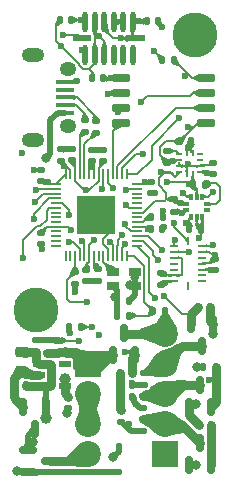
<source format=gbr>
%TF.GenerationSoftware,KiCad,Pcbnew,8.0.0*%
%TF.CreationDate,2024-09-27T20:32:54-07:00*%
%TF.ProjectId,lyrav3r2,6c797261-7633-4723-922e-6b696361645f,rev?*%
%TF.SameCoordinates,Original*%
%TF.FileFunction,Copper,L4,Bot*%
%TF.FilePolarity,Positive*%
%FSLAX46Y46*%
G04 Gerber Fmt 4.6, Leading zero omitted, Abs format (unit mm)*
G04 Created by KiCad (PCBNEW 8.0.0) date 2024-09-27 20:32:54*
%MOMM*%
%LPD*%
G01*
G04 APERTURE LIST*
G04 Aperture macros list*
%AMRoundRect*
0 Rectangle with rounded corners*
0 $1 Rounding radius*
0 $2 $3 $4 $5 $6 $7 $8 $9 X,Y pos of 4 corners*
0 Add a 4 corners polygon primitive as box body*
4,1,4,$2,$3,$4,$5,$6,$7,$8,$9,$2,$3,0*
0 Add four circle primitives for the rounded corners*
1,1,$1+$1,$2,$3*
1,1,$1+$1,$4,$5*
1,1,$1+$1,$6,$7*
1,1,$1+$1,$8,$9*
0 Add four rect primitives between the rounded corners*
20,1,$1+$1,$2,$3,$4,$5,0*
20,1,$1+$1,$4,$5,$6,$7,0*
20,1,$1+$1,$6,$7,$8,$9,0*
20,1,$1+$1,$8,$9,$2,$3,0*%
G04 Aperture macros list end*
%TA.AperFunction,ComponentPad*%
%ADD10R,2.200000X2.200000*%
%TD*%
%TA.AperFunction,ComponentPad*%
%ADD11C,2.200000*%
%TD*%
%TA.AperFunction,ComponentPad*%
%ADD12C,3.800000*%
%TD*%
%TA.AperFunction,SMDPad,CuDef*%
%ADD13RoundRect,0.135000X0.185000X-0.135000X0.185000X0.135000X-0.185000X0.135000X-0.185000X-0.135000X0*%
%TD*%
%TA.AperFunction,SMDPad,CuDef*%
%ADD14RoundRect,0.140000X-0.170000X0.140000X-0.170000X-0.140000X0.170000X-0.140000X0.170000X0.140000X0*%
%TD*%
%TA.AperFunction,SMDPad,CuDef*%
%ADD15RoundRect,0.140000X0.170000X-0.140000X0.170000X0.140000X-0.170000X0.140000X-0.170000X-0.140000X0*%
%TD*%
%TA.AperFunction,SMDPad,CuDef*%
%ADD16RoundRect,0.135000X-0.135000X-0.185000X0.135000X-0.185000X0.135000X0.185000X-0.135000X0.185000X0*%
%TD*%
%TA.AperFunction,SMDPad,CuDef*%
%ADD17RoundRect,0.150000X0.150000X-0.587500X0.150000X0.587500X-0.150000X0.587500X-0.150000X-0.587500X0*%
%TD*%
%TA.AperFunction,SMDPad,CuDef*%
%ADD18RoundRect,0.135000X0.135000X0.185000X-0.135000X0.185000X-0.135000X-0.185000X0.135000X-0.185000X0*%
%TD*%
%TA.AperFunction,SMDPad,CuDef*%
%ADD19R,0.500000X0.300000*%
%TD*%
%TA.AperFunction,SMDPad,CuDef*%
%ADD20R,0.300000X0.500000*%
%TD*%
%TA.AperFunction,SMDPad,CuDef*%
%ADD21RoundRect,0.135000X-0.185000X0.135000X-0.185000X-0.135000X0.185000X-0.135000X0.185000X0.135000X0*%
%TD*%
%TA.AperFunction,SMDPad,CuDef*%
%ADD22RoundRect,0.150000X0.650000X0.150000X-0.650000X0.150000X-0.650000X-0.150000X0.650000X-0.150000X0*%
%TD*%
%TA.AperFunction,SMDPad,CuDef*%
%ADD23RoundRect,0.140000X-0.140000X-0.170000X0.140000X-0.170000X0.140000X0.170000X-0.140000X0.170000X0*%
%TD*%
%TA.AperFunction,SMDPad,CuDef*%
%ADD24RoundRect,0.125000X-0.125000X0.125000X-0.125000X-0.125000X0.125000X-0.125000X0.125000X0.125000X0*%
%TD*%
%TA.AperFunction,SMDPad,CuDef*%
%ADD25R,1.000000X0.800000*%
%TD*%
%TA.AperFunction,HeatsinkPad*%
%ADD26R,3.200000X3.200000*%
%TD*%
%TA.AperFunction,SMDPad,CuDef*%
%ADD27RoundRect,0.050000X0.050000X0.387500X-0.050000X0.387500X-0.050000X-0.387500X0.050000X-0.387500X0*%
%TD*%
%TA.AperFunction,SMDPad,CuDef*%
%ADD28RoundRect,0.050000X0.387500X0.050000X-0.387500X0.050000X-0.387500X-0.050000X0.387500X-0.050000X0*%
%TD*%
%TA.AperFunction,SMDPad,CuDef*%
%ADD29RoundRect,0.150000X-0.150000X0.587500X-0.150000X-0.587500X0.150000X-0.587500X0.150000X0.587500X0*%
%TD*%
%TA.AperFunction,SMDPad,CuDef*%
%ADD30RoundRect,0.225000X-0.250000X0.225000X-0.250000X-0.225000X0.250000X-0.225000X0.250000X0.225000X0*%
%TD*%
%TA.AperFunction,SMDPad,CuDef*%
%ADD31R,0.800000X0.250000*%
%TD*%
%TA.AperFunction,SMDPad,CuDef*%
%ADD32R,0.250000X0.800000*%
%TD*%
%TA.AperFunction,SMDPad,CuDef*%
%ADD33RoundRect,0.140000X0.140000X0.170000X-0.140000X0.170000X-0.140000X-0.170000X0.140000X-0.170000X0*%
%TD*%
%TA.AperFunction,SMDPad,CuDef*%
%ADD34R,1.600000X0.400000*%
%TD*%
%TA.AperFunction,ComponentPad*%
%ADD35O,1.400000X1.200000*%
%TD*%
%TA.AperFunction,ComponentPad*%
%ADD36O,1.900000X1.200000*%
%TD*%
%TA.AperFunction,SMDPad,CuDef*%
%ADD37R,1.550000X0.600000*%
%TD*%
%TA.AperFunction,SMDPad,CuDef*%
%ADD38O,0.450000X1.770000*%
%TD*%
%TA.AperFunction,SMDPad,CuDef*%
%ADD39R,1.000000X0.600000*%
%TD*%
%TA.AperFunction,SMDPad,CuDef*%
%ADD40R,0.500000X0.280000*%
%TD*%
%TA.AperFunction,SMDPad,CuDef*%
%ADD41R,0.280000X0.500000*%
%TD*%
%TA.AperFunction,SMDPad,CuDef*%
%ADD42RoundRect,0.150000X-0.587500X-0.150000X0.587500X-0.150000X0.587500X0.150000X-0.587500X0.150000X0*%
%TD*%
%TA.AperFunction,ViaPad*%
%ADD43C,0.600000*%
%TD*%
%TA.AperFunction,ViaPad*%
%ADD44C,0.800000*%
%TD*%
%TA.AperFunction,ViaPad*%
%ADD45C,1.000000*%
%TD*%
%TA.AperFunction,Conductor*%
%ADD46C,0.200000*%
%TD*%
%TA.AperFunction,Conductor*%
%ADD47C,0.500000*%
%TD*%
%TA.AperFunction,Conductor*%
%ADD48C,0.750000*%
%TD*%
%TA.AperFunction,Conductor*%
%ADD49C,1.000000*%
%TD*%
G04 APERTURE END LIST*
D10*
%TO.P,J6,1,Pin_1*%
%TO.N,+BATT*%
X13240600Y2356200D03*
D11*
%TO.P,J6,2,Pin_2*%
%TO.N,/P4-*%
X13240600Y4896200D03*
%TO.P,J6,3,Pin_3*%
%TO.N,/P3-*%
X13240600Y7436200D03*
%TO.P,J6,4,Pin_4*%
%TO.N,/P2-*%
X13240600Y9976200D03*
%TO.P,J6,5,Pin_5*%
%TO.N,/P1-*%
X13240600Y12516200D03*
%TD*%
D12*
%TO.P,H1,1,1*%
%TO.N,GND*%
X15831400Y37763800D03*
%TD*%
D10*
%TO.P,J2,1,Pin_1*%
%TO.N,GND*%
X6763600Y9950800D03*
D11*
%TO.P,J2,2,Pin_2*%
%TO.N,/BATT RAW*%
X6763600Y7410800D03*
%TO.P,J2,3,Pin_3*%
X6763600Y4870800D03*
%TO.P,J2,4,Pin_4*%
%TO.N,/BATT POSTSW*%
X6763600Y2330800D03*
%TD*%
D12*
%TO.P,H2,1,1*%
%TO.N,GND*%
X2369400Y14527100D03*
%TD*%
D13*
%TO.P,R18,1*%
%TO.N,/RP USB_D-*%
X6458800Y29583000D03*
%TO.P,R18,2*%
%TO.N,/USB_D-*%
X6458800Y30603000D03*
%TD*%
D14*
%TO.P,C3,1*%
%TO.N,/BATT SENSE *%
X4274400Y11929400D03*
%TO.P,C3,2*%
%TO.N,GND*%
X4274400Y10969400D03*
%TD*%
D15*
%TO.P,C18,2*%
%TO.N,GND*%
X5417600Y28134400D03*
%TO.P,C18,1*%
%TO.N,+1V1*%
X5417600Y27174400D03*
%TD*%
D16*
%TO.P,R28,2*%
%TO.N,Net-(D3-K)*%
X13064800Y22422200D03*
%TO.P,R28,1*%
%TO.N,/LEDINDICATION*%
X12044800Y22422200D03*
%TD*%
D17*
%TO.P,Q4,1,G*%
%TO.N,/P1 EN *%
X10721000Y10662000D03*
%TO.P,Q4,2,S*%
%TO.N,GND*%
X8821000Y10662000D03*
%TO.P,Q4,3,D*%
%TO.N,/P1-*%
X9771000Y12537000D03*
%TD*%
D13*
%TO.P,R2,1*%
%TO.N,+BATT*%
X2344000Y10914000D03*
%TO.P,R2,2*%
%TO.N,/BATT SENSE *%
X2344000Y11934000D03*
%TD*%
D18*
%TO.P,R13,1*%
%TO.N,+3V3*%
X16620800Y25063800D03*
%TO.P,R13,2*%
%TO.N,/SDA*%
X15600800Y25063800D03*
%TD*%
%TO.P,R3,1*%
%TO.N,Net-(D2-A)*%
X6181400Y13075000D03*
%TO.P,R3,2*%
%TO.N,+3V3*%
X5161400Y13075000D03*
%TD*%
D15*
%TO.P,C24,2*%
%TO.N,GND*%
X7043200Y28086200D03*
%TO.P,C24,1*%
%TO.N,+3V3*%
X7043200Y27126200D03*
%TD*%
%TO.P,C1,1*%
%TO.N,+3V3*%
X17507800Y17901000D03*
%TO.P,C1,2*%
%TO.N,GND*%
X17507800Y18861000D03*
%TD*%
D17*
%TO.P,Q9,1,G*%
%TO.N,/P4 EN *%
X17152200Y1391000D03*
%TO.P,Q9,2,S*%
%TO.N,GND*%
X15252200Y1391000D03*
%TO.P,Q9,3,D*%
%TO.N,/P4-*%
X16202200Y3266000D03*
%TD*%
D15*
%TO.P,C12,1*%
%TO.N,+3V3*%
X17330000Y26031600D03*
%TO.P,C12,2*%
%TO.N,GND*%
X17330000Y26991600D03*
%TD*%
D19*
%TO.P,U3,1,VDDIO*%
%TO.N,+3V3*%
X15063000Y22985000D03*
%TO.P,U3,2,SCK*%
%TO.N,/SCL*%
X15063000Y23485000D03*
D20*
%TO.P,U3,3,VSS*%
%TO.N,GND*%
X15433000Y24105000D03*
%TO.P,U3,4,SDI*%
%TO.N,/SDA*%
X15933000Y24105000D03*
%TO.P,U3,5,SDO*%
%TO.N,GND*%
X16433000Y24105000D03*
D19*
%TO.P,U3,6,CSB*%
%TO.N,+3V3*%
X16803000Y23485000D03*
%TO.P,U3,7,INT*%
%TO.N,unconnected-(U3-INT-Pad7)*%
X16803000Y22985000D03*
D20*
%TO.P,U3,8,VSS*%
%TO.N,GND*%
X16433000Y22365000D03*
%TO.P,U3,9,VSS*%
X15933000Y22365000D03*
%TO.P,U3,10,VDD*%
%TO.N,+3V3*%
X15433000Y22365000D03*
%TD*%
D21*
%TO.P,R15,1*%
%TO.N,/USB_D+*%
X7424000Y30552200D03*
%TO.P,R15,2*%
%TO.N,/RP USB_D+*%
X7424000Y29532200D03*
%TD*%
D22*
%TO.P,U9,1,~{CS}*%
%TO.N,/QSPI_SS*%
X16713600Y34157000D03*
%TO.P,U9,2,DO(IO1)*%
%TO.N,/QSPI_SD1*%
X16713600Y32887000D03*
%TO.P,U9,3,IO2*%
%TO.N,/QSPI_SD2*%
X16713600Y31617000D03*
%TO.P,U9,4,GND*%
%TO.N,GND*%
X16713600Y30347000D03*
%TO.P,U9,5,DI(IO0)*%
%TO.N,/QSPI_SDO*%
X9513600Y30347000D03*
%TO.P,U9,6,CLK*%
%TO.N,/QSPI_SCLK*%
X9513600Y31617000D03*
%TO.P,U9,7,IO3*%
%TO.N,/QSPI_SD3*%
X9513600Y32887000D03*
%TO.P,U9,8,VCC*%
%TO.N,+3V3*%
X9513600Y34157000D03*
%TD*%
D21*
%TO.P,R20,1*%
%TO.N,/P3-*%
X11437200Y7260400D03*
%TO.P,R20,2*%
%TO.N,/P3 CONT *%
X11437200Y6240400D03*
%TD*%
D13*
%TO.P,R16,1*%
%TO.N,+3V3*%
X14028000Y22852000D03*
%TO.P,R16,2*%
%TO.N,/SCL*%
X14028000Y23872000D03*
%TD*%
D15*
%TO.P,C21,2*%
%TO.N,GND*%
X4427000Y28111600D03*
%TO.P,C21,1*%
%TO.N,+3V3*%
X4427000Y27151600D03*
%TD*%
D13*
%TO.P,R1,2*%
%TO.N,/RUN*%
X5620600Y17725200D03*
%TO.P,R1,1*%
%TO.N,+3V3*%
X5620600Y16705200D03*
%TD*%
D23*
%TO.P,C4,1*%
%TO.N,+3V3*%
X15326000Y21355400D03*
%TO.P,C4,2*%
%TO.N,GND*%
X16286000Y21355400D03*
%TD*%
D24*
%TO.P,D1,1,K*%
%TO.N,Net-(D1-K)*%
X9329000Y2987200D03*
%TO.P,D1,2,A*%
%TO.N,VBUS*%
X9329000Y787200D03*
%TD*%
D21*
%TO.P,R24,1*%
%TO.N,/P2-*%
X11462600Y9190800D03*
%TO.P,R24,2*%
%TO.N,/P2 CONT *%
X11462600Y8170800D03*
%TD*%
D17*
%TO.P,Q5,1,G*%
%TO.N,/P3 EN *%
X17172600Y6318600D03*
%TO.P,Q5,2,S*%
%TO.N,GND*%
X15272600Y6318600D03*
%TO.P,Q5,3,D*%
%TO.N,/P3-*%
X16222600Y8193600D03*
%TD*%
D16*
%TO.P,R17,1*%
%TO.N,GND*%
X9479400Y9188800D03*
%TO.P,R17,2*%
%TO.N,/P1 EN *%
X10499400Y9188800D03*
%TD*%
D18*
%TO.P,R21,1*%
%TO.N,/P3 CONT *%
X10499400Y7106000D03*
%TO.P,R21,2*%
%TO.N,GND*%
X9479400Y7106000D03*
%TD*%
D14*
%TO.P,C23,2*%
%TO.N,GND*%
X7573800Y16991800D03*
%TO.P,C23,1*%
%TO.N,+3V3*%
X7573800Y17951800D03*
%TD*%
D25*
%TO.P,X2,1,OE/NC*%
%TO.N,+3V3*%
X10693400Y16529400D03*
%TO.P,X2,2,GND*%
%TO.N,GND*%
X8893400Y16529400D03*
%TO.P,X2,3,OUT*%
%TO.N,/XIN*%
X8893400Y17729400D03*
%TO.P,X2,4,VDD*%
%TO.N,+3V3*%
X10693400Y17729400D03*
%TD*%
D14*
%TO.P,C17,2*%
%TO.N,GND*%
X6611200Y16966400D03*
%TO.P,C17,1*%
%TO.N,+1V1*%
X6611200Y17926400D03*
%TD*%
%TO.P,C2,1*%
%TO.N,+3V3*%
X12885000Y17616400D03*
%TO.P,C2,2*%
%TO.N,GND*%
X12885000Y16656400D03*
%TD*%
D15*
%TO.P,C16,2*%
%TO.N,GND*%
X8008400Y28083600D03*
%TO.P,C16,1*%
%TO.N,+1V1*%
X8008400Y27123600D03*
%TD*%
D26*
%TO.P,U8,57,GND*%
%TO.N,GND*%
X7436800Y22561800D03*
D27*
%TO.P,U8,56,QSPI_SS*%
%TO.N,/QSPI_SS*%
X10036800Y25999300D03*
%TO.P,U8,55,QSPI_SD1*%
%TO.N,/QSPI_SD1*%
X9636800Y25999300D03*
%TO.P,U8,54,QSPI_SD2*%
%TO.N,/QSPI_SD2*%
X9236800Y25999300D03*
%TO.P,U8,53,QSPI_SD0*%
%TO.N,/QSPI_SDO*%
X8836800Y25999300D03*
%TO.P,U8,52,QSPI_SCLK*%
%TO.N,/QSPI_SCLK*%
X8436800Y25999300D03*
%TO.P,U8,51,QSPI_SD3*%
%TO.N,/QSPI_SD3*%
X8036800Y25999300D03*
%TO.P,U8,50,DVDD*%
%TO.N,+1V1*%
X7636800Y25999300D03*
%TO.P,U8,49,IOVDD*%
%TO.N,+3V3*%
X7236800Y25999300D03*
%TO.P,U8,48,USB_VDD*%
X6836800Y25999300D03*
%TO.P,U8,47,USB_DP*%
%TO.N,/RP USB_D+*%
X6436800Y25999300D03*
%TO.P,U8,46,USB_DM*%
%TO.N,/RP USB_D-*%
X6036800Y25999300D03*
%TO.P,U8,45,VREG_VOUT*%
%TO.N,+1V1*%
X5636800Y25999300D03*
%TO.P,U8,44,VREG_IN*%
%TO.N,+3V3*%
X5236800Y25999300D03*
%TO.P,U8,43,ADC_AVDD*%
X4836800Y25999300D03*
D28*
%TO.P,U8,42,IOVDD*%
X3999300Y25161800D03*
%TO.P,U8,41,GPIO29_ADC3*%
%TO.N,/BRKOUT4*%
X3999300Y24761800D03*
%TO.P,U8,40,GPIO28_ADC2*%
%TO.N,/BRKOUT3*%
X3999300Y24361800D03*
%TO.P,U8,39,GPIO27_ADC1*%
%TO.N,/BRKOUT2*%
X3999300Y23961800D03*
%TO.P,U8,38,GPIO26_ADC0*%
%TO.N,/BATT SENSE *%
X3999300Y23561800D03*
%TO.P,U8,37,GPIO25*%
%TO.N,/BRKOUT1*%
X3999300Y23161800D03*
%TO.P,U8,36,GPIO24*%
%TO.N,unconnected-(U8-GPIO24-Pad36)*%
X3999300Y22761800D03*
%TO.P,U8,35,GPIO23*%
%TO.N,unconnected-(U8-GPIO23-Pad35)*%
X3999300Y22361800D03*
%TO.P,U8,34,GPIO22*%
%TO.N,unconnected-(U8-GPIO22-Pad34)*%
X3999300Y21961800D03*
%TO.P,U8,33,IOVDD*%
%TO.N,+3V3*%
X3999300Y21561800D03*
%TO.P,U8,32,GPIO21*%
%TO.N,unconnected-(U8-GPIO21-Pad32)*%
X3999300Y21161800D03*
%TO.P,U8,31,GPIO20*%
%TO.N,unconnected-(U8-GPIO20-Pad31)*%
X3999300Y20761800D03*
%TO.P,U8,30,GPIO19*%
%TO.N,unconnected-(U8-GPIO19-Pad30)*%
X3999300Y20361800D03*
%TO.P,U8,29,GPIO18*%
%TO.N,unconnected-(U8-GPIO18-Pad29)*%
X3999300Y19961800D03*
D27*
%TO.P,U8,28,GPIO17*%
%TO.N,unconnected-(U8-GPIO17-Pad28)*%
X4836800Y19124300D03*
%TO.P,U8,27,GPIO16*%
%TO.N,unconnected-(U8-GPIO16-Pad27)*%
X5236800Y19124300D03*
%TO.P,U8,26,RUN*%
%TO.N,/RUN*%
X5636800Y19124300D03*
%TO.P,U8,25,SWD*%
%TO.N,/SWD*%
X6036800Y19124300D03*
%TO.P,U8,24,SWCLK*%
%TO.N,/SWCLK*%
X6436800Y19124300D03*
%TO.P,U8,23,DVDD*%
%TO.N,+1V1*%
X6836800Y19124300D03*
%TO.P,U8,22,IOVDD*%
%TO.N,+3V3*%
X7236800Y19124300D03*
%TO.P,U8,21,XOUT*%
%TO.N,unconnected-(U8-XOUT-Pad21)*%
X7636800Y19124300D03*
%TO.P,U8,20,XIN*%
%TO.N,/XIN*%
X8036800Y19124300D03*
%TO.P,U8,19,TESTEN*%
%TO.N,GND*%
X8436800Y19124300D03*
%TO.P,U8,18,GPIO15*%
%TO.N,/P1 EN *%
X8836800Y19124300D03*
%TO.P,U8,17,GPIO14*%
%TO.N,/P2 CONT *%
X9236800Y19124300D03*
%TO.P,U8,16,GPIO13*%
%TO.N,/P3 CONT *%
X9636800Y19124300D03*
%TO.P,U8,15,GPIO12*%
%TO.N,/P1 CONT *%
X10036800Y19124300D03*
D28*
%TO.P,U8,14,GPIO11*%
%TO.N,/P4 CONT *%
X10874300Y19961800D03*
%TO.P,U8,13,GPIO10*%
%TO.N,/P2 EN *%
X10874300Y20361800D03*
%TO.P,U8,12,GPIO9*%
%TO.N,/P3 EN *%
X10874300Y20761800D03*
%TO.P,U8,11,GPIO8*%
%TO.N,/P4 EN *%
X10874300Y21161800D03*
%TO.P,U8,10,IOVDD*%
%TO.N,+3V3*%
X10874300Y21561800D03*
%TO.P,U8,9,GPIO7*%
%TO.N,/LEDINDICATION*%
X10874300Y21961800D03*
%TO.P,U8,8,GPIO6*%
%TO.N,unconnected-(U8-GPIO6-Pad8)*%
X10874300Y22361800D03*
%TO.P,U8,7,GPIO5*%
%TO.N,/SCL*%
X10874300Y22761800D03*
%TO.P,U8,6,GPIO4*%
%TO.N,/SDA*%
X10874300Y23161800D03*
%TO.P,U8,5,GPIO3*%
%TO.N,unconnected-(U8-GPIO3-Pad5)*%
X10874300Y23561800D03*
%TO.P,U8,4,GPIO2*%
%TO.N,unconnected-(U8-GPIO2-Pad4)*%
X10874300Y23961800D03*
%TO.P,U8,3,GPIO1*%
%TO.N,unconnected-(U8-GPIO1-Pad3)*%
X10874300Y24361800D03*
%TO.P,U8,2,GPIO0*%
%TO.N,/BUZZER*%
X10874300Y24761800D03*
%TO.P,U8,1,IOVDD*%
%TO.N,+3V3*%
X10874300Y25161800D03*
%TD*%
D18*
%TO.P,R10,1*%
%TO.N,GND*%
X17052600Y14802200D03*
%TO.P,R10,2*%
%TO.N,/P2 EN *%
X16032600Y14802200D03*
%TD*%
D29*
%TO.P,Q2,1,G*%
%TO.N,/P2 EN *%
X15440200Y13299000D03*
%TO.P,Q2,2,S*%
%TO.N,GND*%
X17340200Y13299000D03*
%TO.P,Q2,3,D*%
%TO.N,/P2-*%
X16390200Y11424000D03*
%TD*%
D18*
%TO.P,R26,2*%
%TO.N,/P1 CONT *%
X12273400Y14421200D03*
%TO.P,R26,1*%
%TO.N,/P1-*%
X13293400Y14421200D03*
%TD*%
%TO.P,R27,1*%
%TO.N,/P1 CONT *%
X10245400Y14040200D03*
%TO.P,R27,2*%
%TO.N,GND*%
X9225400Y14040200D03*
%TD*%
D30*
%TO.P,C7,1*%
%TO.N,+BATT*%
X1074000Y10916600D03*
%TO.P,C7,2*%
%TO.N,GND*%
X1074000Y9366600D03*
%TD*%
D18*
%TO.P,R25,1*%
%TO.N,/P2 CONT *%
X10499400Y8172800D03*
%TO.P,R25,2*%
%TO.N,GND*%
X9479400Y8172800D03*
%TD*%
D31*
%TO.P,U2,1,INT2*%
%TO.N,unconnected-(U2-INT2-Pad1)*%
X16421800Y16934400D03*
%TO.P,U2,2,NC*%
%TO.N,unconnected-(U2-NC-Pad2)*%
X16421800Y17434400D03*
%TO.P,U2,3,VDD*%
%TO.N,+3V3*%
X16421800Y17934400D03*
%TO.P,U2,4,GNDA*%
%TO.N,GND*%
X16421800Y18434400D03*
%TO.P,U2,5,CSB2*%
%TO.N,unconnected-(U2-CSB2-Pad5)*%
X16421800Y18934400D03*
%TO.P,U2,6,GNDIO*%
%TO.N,GND*%
X16421800Y19434400D03*
%TO.P,U2,7,PS*%
%TO.N,+3V3*%
X16421800Y19934400D03*
D32*
%TO.P,U2,8,SCL/SCK*%
%TO.N,/SCL*%
X15221800Y20344400D03*
D31*
%TO.P,U2,9,SDA/SDI*%
%TO.N,/SDA*%
X14021800Y19934400D03*
%TO.P,U2,10,SDO2*%
%TO.N,GND*%
X14021800Y19434400D03*
%TO.P,U2,11,VDDIO*%
%TO.N,+3V3*%
X14021800Y18934400D03*
%TO.P,U2,12,INT3*%
%TO.N,unconnected-(U2-INT3-Pad12)*%
X14021800Y18434400D03*
%TO.P,U2,13,INT4*%
%TO.N,unconnected-(U2-INT4-Pad13)*%
X14021800Y17934400D03*
%TO.P,U2,14,CSB1*%
%TO.N,+3V3*%
X14021800Y17434400D03*
%TO.P,U2,15,SDO1*%
%TO.N,GND*%
X14021800Y16934400D03*
D32*
%TO.P,U2,16,INT1*%
%TO.N,unconnected-(U2-INT1-Pad16)*%
X15221800Y16524400D03*
%TD*%
D16*
%TO.P,R12,1*%
%TO.N,GND*%
X16134200Y4794600D03*
%TO.P,R12,2*%
%TO.N,/P4 EN *%
X17154200Y4794600D03*
%TD*%
D33*
%TO.P,C9,1*%
%TO.N,+3V3*%
X15498600Y28797600D03*
%TO.P,C9,2*%
%TO.N,GND*%
X14538600Y28797600D03*
%TD*%
%TO.P,C13,1*%
%TO.N,+3V3*%
X10190000Y15284800D03*
%TO.P,C13,2*%
%TO.N,GND*%
X9230000Y15284800D03*
%TD*%
D14*
%TO.P,C25,2*%
%TO.N,GND*%
X12049600Y24406000D03*
%TO.P,C25,1*%
%TO.N,+3V3*%
X12049600Y25366000D03*
%TD*%
%TO.P,C19,2*%
%TO.N,GND*%
X2801200Y20113400D03*
%TO.P,C19,1*%
%TO.N,+3V3*%
X2801200Y21073400D03*
%TD*%
D33*
%TO.P,C50,1*%
%TO.N,+3V3*%
X5338600Y39084600D03*
%TO.P,C50,2*%
%TO.N,GND*%
X4378600Y39084600D03*
%TD*%
D14*
%TO.P,C8,1*%
%TO.N,Net-(U4-C1)*%
X13418400Y27956800D03*
%TO.P,C8,2*%
%TO.N,GND*%
X13418400Y26996800D03*
%TD*%
D34*
%TO.P,J7,1,VBUS*%
%TO.N,VBUS*%
X4772900Y31231200D03*
%TO.P,J7,2,D-*%
%TO.N,/USB_D-*%
X4772900Y31881200D03*
%TO.P,J7,3,D+*%
%TO.N,/USB_D+*%
X4772900Y32531200D03*
%TO.P,J7,4,ID*%
%TO.N,unconnected-(J7-ID-Pad4)*%
X4772900Y33181200D03*
%TO.P,J7,5,GND*%
%TO.N,GND*%
X4782900Y33831200D03*
D35*
%TO.P,J7,6,Shield*%
%TO.N,unconnected-(J7-Shield-Pad6)*%
X5022900Y34951200D03*
%TO.P,J7,7*%
%TO.N,N/C*%
X5022900Y30111200D03*
D36*
%TO.P,J7,8*%
X2122900Y28931200D03*
%TO.P,J7,9*%
X2122900Y36131200D03*
%TD*%
D23*
%TO.P,C26,2*%
%TO.N,GND*%
X13034800Y21406200D03*
%TO.P,C26,1*%
%TO.N,+3V3*%
X12074800Y21406200D03*
%TD*%
D37*
%TO.P,U5,14,SCL/SCLK*%
%TO.N,/SCL*%
X6219800Y37513000D03*
D38*
%TO.P,U5,13,SDA/SDI/SDIO*%
%TO.N,/SDA*%
X6519800Y36103000D03*
%TO.P,U5,12,SDO/ALTADDRESS*%
%TO.N,GND*%
X7319800Y36103000D03*
%TO.P,U5,11,RESERVED*%
X8119800Y36103000D03*
%TO.P,U5,10,NC*%
%TO.N,unconnected-(U5-NC-Pad10)*%
X8919800Y36103000D03*
%TO.P,U5,9,INT2*%
%TO.N,unconnected-(U5-INT2-Pad9)*%
X9719800Y36103000D03*
%TO.P,U5,8,INT1*%
%TO.N,unconnected-(U5-INT1-Pad8)*%
X10519800Y36103000D03*
D37*
%TO.P,U5,7,~{CS}*%
%TO.N,+3V3*%
X10819800Y37513000D03*
D38*
%TO.P,U5,6,VS*%
X10519800Y38923000D03*
%TO.P,U5,5,GND*%
%TO.N,GND*%
X9719800Y38923000D03*
%TO.P,U5,4,GND*%
X8919800Y38923000D03*
%TO.P,U5,3,RESERVED*%
%TO.N,+3V3*%
X8119800Y38923000D03*
%TO.P,U5,2,GND*%
%TO.N,GND*%
X7319800Y38923000D03*
%TO.P,U5,1,VDDI/O*%
%TO.N,+3V3*%
X6519800Y38923000D03*
%TD*%
D13*
%TO.P,R23,1*%
%TO.N,/P4 CONT *%
X9557600Y5046600D03*
%TO.P,R23,2*%
%TO.N,GND*%
X9557600Y6066600D03*
%TD*%
D23*
%TO.P,C32,1*%
%TO.N,+3V3*%
X11693800Y38955000D03*
%TO.P,C32,2*%
%TO.N,GND*%
X12653800Y38955000D03*
%TD*%
D29*
%TO.P,Q3,1,G*%
%TO.N,GND*%
X1267000Y6341700D03*
%TO.P,Q3,2,S*%
%TO.N,+BATT*%
X3167000Y6341700D03*
%TO.P,Q3,3,D*%
%TO.N,Net-(D1-K)*%
X2217000Y4466700D03*
%TD*%
D21*
%TO.P,R22,1*%
%TO.N,/P4-*%
X11411800Y5253800D03*
%TO.P,R22,2*%
%TO.N,/P4 CONT *%
X11411800Y4233800D03*
%TD*%
D15*
%TO.P,C22,1*%
%TO.N,+3V3*%
X2801200Y25396600D03*
%TO.P,C22,2*%
%TO.N,GND*%
X2801200Y26356600D03*
%TD*%
D39*
%TO.P,U6,1,VIN*%
%TO.N,+BATT*%
X2564800Y8054800D03*
%TO.P,U6,2,GND*%
%TO.N,GND*%
X2564800Y9004800D03*
%TO.P,U6,3,CE*%
%TO.N,+BATT*%
X2564800Y9954800D03*
%TO.P,U6,4,NC*%
%TO.N,unconnected-(U6-NC-Pad4)*%
X4764800Y9954800D03*
%TO.P,U6,5,VOUT*%
%TO.N,+3V3*%
X4764800Y8054800D03*
%TD*%
D40*
%TO.P,U4,1,SCL/SPC*%
%TO.N,/SCL*%
X14468800Y26193400D03*
%TO.P,U4,2,Res*%
%TO.N,GND*%
X14468800Y26693400D03*
%TO.P,U4,3,GND*%
X14468800Y27193400D03*
%TO.P,U4,4,C1*%
%TO.N,Net-(U4-C1)*%
X14468800Y27693400D03*
D41*
%TO.P,U4,5,Vdd*%
%TO.N,+3V3*%
X15098800Y27823400D03*
%TO.P,U4,6,Vdd_IO*%
X15598800Y27823400D03*
D40*
%TO.P,U4,7,INT*%
%TO.N,unconnected-(U4-INT-Pad7)*%
X16228800Y27693400D03*
%TO.P,U4,8,DRDY*%
%TO.N,unconnected-(U4-DRDY-Pad8)*%
X16228800Y27193400D03*
%TO.P,U4,9,SD0/SA1*%
%TO.N,GND*%
X16228800Y26693400D03*
%TO.P,U4,10,CS*%
%TO.N,+3V3*%
X16228800Y26193400D03*
D41*
%TO.P,U4,11,SDA/SDI/SDO*%
%TO.N,/SDA*%
X15598800Y26063400D03*
%TO.P,U4,12,Res*%
%TO.N,GND*%
X15098800Y26063400D03*
%TD*%
D33*
%TO.P,C6,1*%
%TO.N,+BATT*%
X1452400Y8122000D03*
%TO.P,C6,2*%
%TO.N,GND*%
X492400Y8122000D03*
%TD*%
%TO.P,C27,1*%
%TO.N,+3V3*%
X8031000Y34131600D03*
%TO.P,C27,2*%
%TO.N,GND*%
X7071000Y34131600D03*
%TD*%
D16*
%TO.P,R11,1*%
%TO.N,GND*%
X16515200Y9696800D03*
%TO.P,R11,2*%
%TO.N,/P3 EN *%
X17535200Y9696800D03*
%TD*%
D42*
%TO.P,Q1,1,G*%
%TO.N,VBUS*%
X1635100Y771200D03*
%TO.P,Q1,2,S*%
%TO.N,Net-(D1-K)*%
X1635100Y2671200D03*
%TO.P,Q1,3,D*%
%TO.N,/BATT POSTSW*%
X3510100Y1721200D03*
%TD*%
D18*
%TO.P,R14,1*%
%TO.N,/QSPI_SS*%
X14004600Y35655600D03*
%TO.P,R14,2*%
%TO.N,/BOOTSEL*%
X12984600Y35655600D03*
%TD*%
D14*
%TO.P,C5,1*%
%TO.N,+3V3*%
X5061800Y7179600D03*
%TO.P,C5,2*%
%TO.N,GND*%
X5061800Y6219600D03*
%TD*%
D21*
%TO.P,R4,1*%
%TO.N,/BATT SENSE *%
X3309200Y11934000D03*
%TO.P,R4,2*%
%TO.N,GND*%
X3309200Y10914000D03*
%TD*%
D43*
%TO.N,/BUZZER*%
X9964000Y24708200D03*
%TO.N,+3V3*%
X5336798Y21253800D03*
%TO.N,GND*%
X15170598Y29966000D03*
%TO.N,/QSPI_SS*%
X14993200Y34284000D03*
X14485200Y30753400D03*
%TO.N,/QSPI_SD1*%
X11234000Y32099600D03*
X11361000Y27730800D03*
%TO.N,/QSPI_SCLK*%
X9278200Y31286800D03*
X8846400Y24835200D03*
%TO.N,/QSPI_SD3*%
X8414600Y32785400D03*
X7940905Y24779594D03*
%TO.N,+3V3*%
X6128600Y39084600D03*
%TO.N,GND*%
X12986600Y38475000D03*
%TO.N,+3V3*%
X9506800Y37513000D03*
%TO.N,GND*%
X5798400Y33877600D03*
%TO.N,+3V3*%
X8660488Y34185400D03*
%TO.N,/BOOTSEL*%
X12326200Y36468400D03*
%TO.N,GND*%
X4462146Y36884746D03*
%TO.N,+3V3*%
X11030800Y38955000D03*
%TO.N,GND*%
X9202000Y38923000D03*
X7666819Y37696931D03*
%TO.N,/SDA*%
X6204800Y36544600D03*
%TO.N,/SCL*%
X4655400Y37814600D03*
%TO.N,/SDA*%
X13439253Y25384646D03*
%TO.N,/SCL*%
X12885000Y26181400D03*
%TO.N,GND*%
X17300000Y24524414D03*
X14790000Y24403400D03*
%TO.N,+3V3*%
X16829014Y25302541D03*
X16776655Y26151798D03*
X15172799Y28219141D03*
%TO.N,GND*%
X13903568Y27165289D03*
X15247200Y26841800D03*
X16136200Y20644200D03*
%TO.N,Net-(D3-K)*%
X13088200Y22879400D03*
%TO.N,+3V3*%
X15044000Y21863400D03*
X14728000Y22751539D03*
%TO.N,/SDA*%
X15330326Y25182364D03*
%TO.N,/SCL*%
X14600869Y23605318D03*
X14002600Y21888800D03*
%TO.N,/SDA*%
X14129600Y20441000D03*
X9948005Y23401299D03*
%TO.N,GND*%
X13201850Y21531756D03*
X15298000Y19399600D03*
%TO.N,+3V3*%
X17330000Y20009200D03*
%TO.N,GND*%
X17512346Y19127863D03*
%TO.N,+3V3*%
X17185363Y17902654D03*
X13179615Y17576004D03*
%TO.N,GND*%
X13240600Y16758000D03*
X7703400Y12389200D03*
%TO.N,Net-(D2-A)*%
X7119200Y13075000D03*
%TO.N,/BATT SENSE *%
X6001600Y11855800D03*
X5138000Y22549200D03*
%TO.N,GND*%
X2877400Y19653600D03*
%TO.N,/BRKOUT1*%
X1251800Y18942400D03*
%TO.N,+3V3*%
X3360000Y25368600D03*
%TO.N,GND*%
X2164350Y26384650D03*
X1124800Y27807000D03*
%TO.N,/BRKOUT4*%
X2369400Y24632000D03*
%TO.N,/BRKOUT2*%
X2186421Y22217982D03*
%TO.N,/BRKOUT3*%
X2293200Y23692200D03*
%TO.N,/RUN*%
X6636600Y15157800D03*
%TO.N,/SWCLK*%
X6255600Y20364800D03*
%TO.N,/SWD*%
X5163400Y20263200D03*
%TO.N,/P4 EN *%
X17154200Y3956400D03*
%TO.N,/P3 EN *%
X17022599Y8622300D03*
%TO.N,/P4 EN *%
X9913200Y21812600D03*
%TO.N,/P3 EN *%
X12973426Y19616624D03*
%TO.N,/P2 EN *%
X12656400Y18764600D03*
X13189800Y15691200D03*
%TO.N,GND*%
X9479400Y6572600D03*
X9479400Y8757000D03*
%TO.N,/P3 CONT *%
X10844401Y6513201D03*
%TO.N,/P4 CONT *%
X12377000Y15513400D03*
X10218000Y4845400D03*
%TO.N,/P1 EN *%
X9899000Y10992200D03*
%TO.N,/P2 CONT *%
X10457800Y8294242D03*
X9659200Y20822000D03*
%TO.N,/P3 CONT *%
X9913200Y20060000D03*
%TO.N,/P1 EN *%
X8641510Y20301980D03*
%TO.N,+3V3*%
X11813713Y21375033D03*
%TO.N,GND*%
X8719400Y21228400D03*
X8744800Y23870000D03*
X12421764Y24437991D03*
%TO.N,+3V3*%
X11538800Y25368600D03*
%TO.N,GND*%
X7525600Y28086200D03*
X4934800Y28111600D03*
%TO.N,+3V3*%
X4712867Y26682713D03*
X7043000Y26638600D03*
%TO.N,+1V1*%
X6585800Y24661802D03*
X7271600Y20415600D03*
%TO.N,+3V3*%
X7403100Y18217428D03*
%TO.N,GND*%
X7043000Y16966400D03*
%TO.N,+3V3*%
X5646000Y16037398D03*
X5239600Y12567000D03*
D44*
%TO.N,GND*%
X9040237Y15583049D03*
%TO.N,+3V3*%
X10258314Y16627714D03*
%TO.N,VBUS*%
X769200Y883000D03*
X3207600Y27375200D03*
%TO.N,Net-(D1-K)*%
X2064600Y3372200D03*
X8897200Y2051400D03*
%TO.N,GND*%
X4985600Y5810600D03*
D45*
%TO.N,+3V3*%
X4807800Y8706200D03*
D44*
%TO.N,GND*%
X4909400Y10969400D03*
X1845902Y9072000D03*
X674050Y6934650D03*
X17355400Y12516200D03*
X15983800Y9646000D03*
X15856800Y6547200D03*
X15882200Y1391000D03*
D45*
%TO.N,+BATT*%
X3182200Y5378800D03*
%TD*%
D46*
%TO.N,GND*%
X16880586Y24105000D02*
X16433000Y24105000D01*
X17300000Y24524414D02*
X16880586Y24105000D01*
%TO.N,+3V3*%
X16781972Y25224972D02*
X16620800Y25063800D01*
X17572164Y25224972D02*
X16781972Y25224972D01*
X17900000Y23830400D02*
X17900000Y24897136D01*
X17554600Y23485000D02*
X17900000Y23830400D01*
X17900000Y24897136D02*
X17572164Y25224972D01*
X16803000Y23485000D02*
X17554600Y23485000D01*
%TO.N,GND*%
X15088400Y24105000D02*
X14790000Y24403400D01*
X15433000Y24105000D02*
X15088400Y24105000D01*
%TO.N,/BUZZER*%
X10017600Y24761800D02*
X9964000Y24708200D01*
X10874300Y24761800D02*
X10017600Y24761800D01*
%TO.N,/BRKOUT2*%
X2186421Y22217982D02*
X2186421Y22682781D01*
X2186421Y22682781D02*
X3465440Y23961800D01*
X3465440Y23961800D02*
X3999300Y23961800D01*
%TO.N,+3V3*%
X3999300Y25161800D02*
X4836800Y25999300D01*
X5336798Y21253800D02*
X5028798Y21561800D01*
X5028798Y21561800D02*
X3999300Y21561800D01*
%TO.N,/BATT SENSE *%
X5138000Y22956960D02*
X5138000Y22549200D01*
X4533160Y23561800D02*
X5138000Y22956960D01*
X3999300Y23561800D02*
X4533160Y23561800D01*
%TO.N,GND*%
X15707000Y29966000D02*
X15170598Y29966000D01*
X15718400Y29977400D02*
X15707000Y29966000D01*
X15718400Y29977400D02*
X16088000Y30347000D01*
X14538600Y28797600D02*
X15718400Y29977400D01*
X16088000Y30347000D02*
X16713600Y30347000D01*
%TO.N,/QSPI_SD1*%
X15374200Y32633000D02*
X11767400Y32633000D01*
X11767400Y32633000D02*
X11234000Y32099600D01*
X15628200Y32887000D02*
X15374200Y32633000D01*
X16713600Y32887000D02*
X15628200Y32887000D01*
%TO.N,/QSPI_SS*%
X12123000Y28391200D02*
X14485200Y30753400D01*
X12123000Y27197400D02*
X12123000Y28391200D01*
X10924900Y25999300D02*
X12123000Y27197400D01*
X10036800Y25999300D02*
X10924900Y25999300D01*
%TO.N,/QSPI_SD1*%
X10834440Y27730800D02*
X11361000Y27730800D01*
%TO.N,/QSPI_SD2*%
X9236800Y26698845D02*
X9236800Y26003600D01*
%TO.N,/QSPI_SD1*%
X9636800Y25999300D02*
X9636800Y26533160D01*
%TO.N,/QSPI_SD2*%
X14154955Y31617000D02*
X9236800Y26698845D01*
X16713600Y31617000D02*
X14154955Y31617000D01*
%TO.N,/QSPI_SD1*%
X9636800Y26533160D02*
X10834440Y27730800D01*
%TO.N,/QSPI_SDO*%
X8836800Y29670200D02*
X8836800Y25999300D01*
X9513600Y30347000D02*
X8836800Y29670200D01*
%TO.N,/QSPI_SCLK*%
X8436800Y25244800D02*
X8846400Y24835200D01*
X8436800Y25999300D02*
X8436800Y25244800D01*
%TO.N,/QSPI_SD3*%
X8036800Y24875489D02*
X7940905Y24779594D01*
X8036800Y25999300D02*
X8036800Y24875489D01*
%TO.N,+1V1*%
X7636800Y25465440D02*
X7636800Y25999300D01*
X6833162Y24661802D02*
X7636800Y25465440D01*
X6585800Y24661802D02*
X6833162Y24661802D01*
%TO.N,/QSPI_SD3*%
X9412000Y32785400D02*
X9513600Y32887000D01*
X8414600Y32785400D02*
X9412000Y32785400D01*
%TO.N,+3V3*%
X8530488Y34055400D02*
X8660488Y34185400D01*
X8081800Y34055400D02*
X8530488Y34055400D01*
X8688888Y34157000D02*
X8660488Y34185400D01*
X9513600Y34157000D02*
X8688888Y34157000D01*
%TO.N,/USB_D+*%
X7424000Y30880100D02*
X7424000Y30552200D01*
X5772900Y32531200D02*
X7424000Y30880100D01*
X4772900Y32531200D02*
X5772900Y32531200D01*
%TO.N,/USB_D-*%
X5722900Y31881200D02*
X4772900Y31881200D01*
X6458800Y31145300D02*
X5722900Y31881200D01*
X6458800Y30603000D02*
X6458800Y31145300D01*
%TO.N,/RP USB_D+*%
X6433200Y26800066D02*
X6433200Y28541400D01*
X6433200Y28541400D02*
X7424000Y29532200D01*
X6436800Y25999300D02*
X6436800Y26796466D01*
X6436800Y26796466D02*
X6433200Y26800066D01*
%TO.N,+1V1*%
X5636800Y26465094D02*
X5636800Y25999300D01*
X5633199Y26468695D02*
X5636800Y26465094D01*
%TO.N,/RP USB_D-*%
X6033200Y26634381D02*
X6033200Y29157400D01*
%TO.N,+1V1*%
X5633200Y26958800D02*
X5633199Y26468695D01*
%TO.N,/RP USB_D-*%
X6036800Y26630780D02*
X6033200Y26634381D01*
X6036800Y25999300D02*
X6036800Y26630780D01*
%TO.N,+1V1*%
X5417600Y27174400D02*
X5633200Y26958800D01*
%TO.N,/RP USB_D-*%
X6033200Y29157400D02*
X6458800Y29583000D01*
%TO.N,+3V3*%
X6128600Y39084600D02*
X6358200Y39084600D01*
X5338600Y39084600D02*
X6128600Y39084600D01*
%TO.N,GND*%
X12653800Y38807800D02*
X12986600Y38475000D01*
X12653800Y38955000D02*
X12653800Y38807800D01*
%TO.N,+3V3*%
X8869800Y37513000D02*
X9506800Y37513000D01*
X8119800Y38923000D02*
X8119800Y38263000D01*
X8119800Y38263000D02*
X8869800Y37513000D01*
X9506800Y37513000D02*
X10819800Y37513000D01*
%TO.N,GND*%
X5752000Y33831200D02*
X5798400Y33877600D01*
X4782900Y33831200D02*
X5752000Y33831200D01*
X7121800Y34591000D02*
X6794800Y34918000D01*
X7121800Y34055400D02*
X7121800Y34591000D01*
%TO.N,/BOOTSEL*%
X12984600Y35810000D02*
X12326200Y36468400D01*
X12984600Y35655600D02*
X12984600Y35810000D01*
%TO.N,/QSPI_SS*%
X15503200Y34157000D02*
X16713600Y34157000D01*
X14004600Y35655600D02*
X15503200Y34157000D01*
%TO.N,GND*%
X7319800Y35443000D02*
X7319800Y36103000D01*
X6794800Y34918000D02*
X7319800Y35443000D01*
X6302338Y34918000D02*
X6794800Y34918000D01*
X4055400Y37291492D02*
X5994800Y35352092D01*
X4055400Y38761400D02*
X4055400Y37291492D01*
X5994800Y35352092D02*
X5994800Y35225538D01*
X4378600Y39084600D02*
X4055400Y38761400D01*
X5994800Y35225538D02*
X6302338Y34918000D01*
%TO.N,+3V3*%
X10551800Y38955000D02*
X10519800Y38923000D01*
X11693800Y38955000D02*
X10551800Y38955000D01*
X10519800Y37813000D02*
X10819800Y37513000D01*
X10519800Y38923000D02*
X10519800Y37813000D01*
%TO.N,GND*%
X8919800Y38923000D02*
X9719800Y38923000D01*
X7555888Y37586000D02*
X7666819Y37696931D01*
X7319800Y37586000D02*
X7555888Y37586000D01*
X7319800Y37586000D02*
X7319800Y36103000D01*
X7319800Y38923000D02*
X7319800Y37586000D01*
X7319800Y38088000D02*
X7319800Y38923000D01*
X8119800Y36103000D02*
X8119800Y37288000D01*
X8119800Y37288000D02*
X7319800Y38088000D01*
%TO.N,+3V3*%
X6358200Y39084600D02*
X6519800Y38923000D01*
%TO.N,/SCL*%
X5918200Y37814600D02*
X6219800Y37513000D01*
X4655400Y37814600D02*
X5918200Y37814600D01*
%TO.N,/SDA*%
X15128044Y25384646D02*
X15330326Y25182364D01*
X15448890Y25063800D02*
X15330326Y25182364D01*
X15600800Y25063800D02*
X15448890Y25063800D01*
%TO.N,/SCL*%
X13819954Y26084646D02*
X14090000Y25814600D01*
X12739253Y25674596D02*
X13149303Y26084646D01*
%TO.N,/SDA*%
X13439253Y25384646D02*
X15128044Y25384646D01*
%TO.N,/SCL*%
X12739253Y25084229D02*
X12739253Y25674596D01*
X13367600Y24455882D02*
X12739253Y25084229D01*
X13367600Y23872000D02*
X13367600Y24455882D01*
X13149303Y26084646D02*
X13819954Y26084646D01*
X13233591Y23737991D02*
X13367600Y23872000D01*
X12384351Y23737991D02*
X13233591Y23737991D01*
X11408160Y22761800D02*
X12384351Y23737991D01*
X10874300Y22761800D02*
X11408160Y22761800D01*
%TO.N,GND*%
X12049600Y24406000D02*
X12389773Y24406000D01*
X12389773Y24406000D02*
X12421764Y24437991D01*
%TO.N,/SCL*%
X14090000Y25814600D02*
X13723200Y26181400D01*
X13723200Y26181400D02*
X12885000Y26181400D01*
X14090000Y25814600D02*
X14468800Y26193400D01*
%TO.N,/SDA*%
X15598800Y25065800D02*
X15600800Y25063800D01*
X15598800Y26063400D02*
X15598800Y25065800D01*
%TO.N,/SCL*%
X13367600Y23872000D02*
X14028000Y23872000D01*
%TO.N,+3V3*%
X16829014Y25272014D02*
X16829014Y25302541D01*
X16620800Y25063800D02*
X16829014Y25272014D01*
X16745800Y26182653D02*
X16776655Y26151798D01*
X16745800Y26193400D02*
X16745800Y26182653D01*
%TO.N,GND*%
X17091800Y26753400D02*
X17330000Y26991600D01*
X16288800Y26753400D02*
X17091800Y26753400D01*
X16228800Y26693400D02*
X16288800Y26753400D01*
%TO.N,+3V3*%
X16745800Y26193400D02*
X17168200Y26193400D01*
X16228800Y26193400D02*
X16745800Y26193400D01*
X15498600Y28340400D02*
X15294058Y28340400D01*
X15498600Y28340400D02*
X15498600Y27923600D01*
X15498600Y28797600D02*
X15498600Y28340400D01*
X15294058Y28340400D02*
X15172799Y28219141D01*
X15098800Y28397800D02*
X15498600Y28797600D01*
X15098800Y27823400D02*
X15098800Y28397800D01*
X15498600Y27923600D02*
X15598800Y27823400D01*
%TO.N,GND*%
X12808400Y27606800D02*
X13418400Y26996800D01*
X12808400Y28282934D02*
X12808400Y27606800D01*
X13323066Y28797600D02*
X12808400Y28282934D01*
X14538600Y28797600D02*
X13323066Y28797600D01*
%TO.N,Net-(U4-C1)*%
X14028000Y27956800D02*
X14078800Y27956800D01*
X13418400Y27956800D02*
X14028000Y27956800D01*
X14078800Y27956800D02*
X14205400Y27956800D01*
X14205400Y27956800D02*
X14468800Y27693400D01*
%TO.N,GND*%
X13735079Y26996800D02*
X13903568Y27165289D01*
X13418400Y26996800D02*
X13735079Y26996800D01*
X13615000Y27193400D02*
X13418400Y26996800D01*
X14468800Y27193400D02*
X13615000Y27193400D01*
X15348800Y26740200D02*
X15247200Y26841800D01*
X15348800Y26693400D02*
X15348800Y26740200D01*
X15348800Y26693400D02*
X16228800Y26693400D01*
X14958800Y26693400D02*
X15348800Y26693400D01*
X14468800Y27010600D02*
X14459800Y27019600D01*
X14468800Y26693400D02*
X14468800Y27010600D01*
X14958800Y26693400D02*
X14468800Y26693400D01*
X15098800Y26553400D02*
X14958800Y26693400D01*
X15098800Y26063400D02*
X15098800Y26553400D01*
%TO.N,+3V3*%
X17168200Y26193400D02*
X17330000Y26031600D01*
%TO.N,GND*%
X16286000Y21355400D02*
X16286000Y20794000D01*
X16286000Y20794000D02*
X16136200Y20644200D01*
%TO.N,/SCL*%
X14308400Y23591600D02*
X14322118Y23605318D01*
X14322118Y23605318D02*
X14600869Y23605318D01*
%TO.N,Net-(D3-K)*%
X13064800Y22856000D02*
X13088200Y22879400D01*
X13064800Y22422200D02*
X13064800Y22856000D01*
%TO.N,+3V3*%
X15069400Y21888800D02*
X15044000Y21863400D01*
X15326000Y21888800D02*
X15069400Y21888800D01*
X15326000Y21355400D02*
X15326000Y21888800D01*
X15326000Y21888800D02*
X15326000Y22258000D01*
%TO.N,/SCL*%
X14002600Y21563600D02*
X14002600Y21888800D01*
X15221800Y20344400D02*
X14002600Y21563600D01*
%TO.N,GND*%
X13177606Y21556000D02*
X13201850Y21531756D01*
X13034800Y21556000D02*
X13177606Y21556000D01*
%TO.N,+3V3*%
X14712661Y22751539D02*
X14728000Y22751539D01*
X14612200Y22852000D02*
X14712661Y22751539D01*
X14028000Y22852000D02*
X14612200Y22852000D01*
X14612200Y22852000D02*
X14930000Y22852000D01*
X15326000Y22258000D02*
X15433000Y22365000D01*
%TO.N,GND*%
X16433000Y21502400D02*
X16286000Y21355400D01*
X16433000Y22365000D02*
X16433000Y21502400D01*
X15933000Y21708400D02*
X16286000Y21355400D01*
X15933000Y22365000D02*
X15933000Y21708400D01*
%TO.N,/SDA*%
X15933000Y24731600D02*
X15600800Y25063800D01*
X15933000Y24105000D02*
X15933000Y24731600D01*
%TO.N,/P2 EN *%
X12273426Y19147574D02*
X12656400Y18764600D01*
X12273426Y19496534D02*
X12273426Y19147574D01*
X11408160Y20361800D02*
X12273426Y19496534D01*
X10874300Y20361800D02*
X11408160Y20361800D01*
%TO.N,/P3 EN *%
X11828250Y20761800D02*
X12973426Y19616624D01*
X10874300Y20761800D02*
X11828250Y20761800D01*
%TO.N,/SCL*%
X14308400Y23591600D02*
X14028000Y23872000D01*
X14415000Y23485000D02*
X14308400Y23591600D01*
%TO.N,/SDA*%
X14021800Y20333200D02*
X14129600Y20441000D01*
X14021800Y19934400D02*
X14021800Y20333200D01*
X10187504Y23161800D02*
X9948005Y23401299D01*
X10874300Y23161800D02*
X10187504Y23161800D01*
%TO.N,+3V3*%
X14930000Y22852000D02*
X15063000Y22985000D01*
%TO.N,/SCL*%
X15063000Y23485000D02*
X14415000Y23485000D01*
%TO.N,/LEDINDICATION*%
X11432000Y21961800D02*
X12044800Y22574600D01*
X10874300Y21961800D02*
X11432000Y21961800D01*
%TO.N,+3V3*%
X11813713Y21388487D02*
X11813713Y21375033D01*
X11640400Y21561800D02*
X11813713Y21388487D01*
X14721800Y18859400D02*
X14721800Y17509400D01*
X14646800Y17434400D02*
X14021800Y17434400D01*
X14646800Y18934400D02*
X14721800Y18859400D01*
X14721800Y17509400D02*
X14646800Y17434400D01*
X14021800Y18934400D02*
X14646800Y18934400D01*
%TO.N,GND*%
X15263200Y19434400D02*
X15298000Y19399600D01*
X14021800Y19434400D02*
X15263200Y19434400D01*
%TO.N,+3V3*%
X17255200Y19934400D02*
X17330000Y20009200D01*
X16421800Y19934400D02*
X17255200Y19934400D01*
%TO.N,GND*%
X17021800Y19434400D02*
X17328337Y19127863D01*
X17512346Y18865546D02*
X17512346Y19127863D01*
X17328337Y19127863D02*
X17512346Y19127863D01*
X17156200Y18509400D02*
X17512346Y18865546D01*
X16421800Y19434400D02*
X17021800Y19434400D01*
%TO.N,+3V3*%
X17153617Y17934400D02*
X17185363Y17902654D01*
X17050600Y17934400D02*
X17153617Y17934400D01*
%TO.N,GND*%
X16496800Y18509400D02*
X17156200Y18509400D01*
X16421800Y18434400D02*
X16496800Y18509400D01*
%TO.N,+3V3*%
X17050600Y17934400D02*
X17474400Y17934400D01*
X16421800Y17934400D02*
X17050600Y17934400D01*
%TO.N,GND*%
X17156200Y18509400D02*
X17507800Y18861000D01*
%TO.N,+3V3*%
X17474400Y17934400D02*
X17507800Y17901000D01*
X13240600Y17515019D02*
X13179615Y17576004D01*
X13240600Y17434400D02*
X14021800Y17434400D01*
X13067000Y17434400D02*
X13240600Y17434400D01*
X13240600Y17434400D02*
X13240600Y17515019D01*
%TO.N,GND*%
X13163000Y16835600D02*
X13240600Y16758000D01*
X13163000Y16934400D02*
X13163000Y16835600D01*
X14021800Y16934400D02*
X13163000Y16934400D01*
X13163000Y16934400D02*
X12885000Y16656400D01*
%TO.N,+3V3*%
X12885000Y17616400D02*
X13067000Y17434400D01*
%TO.N,Net-(D2-A)*%
X6181400Y13075000D02*
X7119200Y13075000D01*
%TO.N,/BATT SENSE *%
X5928000Y11929400D02*
X6001600Y11855800D01*
X4274400Y11929400D02*
X5928000Y11929400D01*
%TO.N,GND*%
X2801200Y19729800D02*
X2877400Y19653600D01*
X2801200Y20113400D02*
X2801200Y19729800D01*
%TO.N,/BRKOUT1*%
X2445066Y21653400D02*
X1251800Y20460134D01*
X2718200Y21653400D02*
X2445066Y21653400D01*
X3233000Y22929360D02*
X3233000Y22168200D01*
X3465440Y23161800D02*
X3233000Y22929360D01*
X3999300Y23161800D02*
X3465440Y23161800D01*
X3233000Y22168200D02*
X2718200Y21653400D01*
X1251800Y20460134D02*
X1251800Y18942400D01*
%TO.N,+3V3*%
X3208200Y21561800D02*
X3999300Y21561800D01*
X2849400Y21203000D02*
X3208200Y21561800D01*
X3309200Y25317800D02*
X3360000Y25368600D01*
X3309200Y25161800D02*
X3309200Y25317800D01*
X3309200Y25161800D02*
X3036000Y25161800D01*
X3999300Y25161800D02*
X3309200Y25161800D01*
%TO.N,GND*%
X2192400Y26356600D02*
X2164350Y26384650D01*
X2801200Y26356600D02*
X2192400Y26356600D01*
%TO.N,+3V3*%
X3036000Y25161800D02*
X2801200Y25396600D01*
%TO.N,/BRKOUT3*%
X2962800Y24361800D02*
X3999300Y24361800D01*
X2293200Y23692200D02*
X2962800Y24361800D01*
%TO.N,/BRKOUT4*%
X2499200Y24761800D02*
X2369400Y24632000D01*
X3999300Y24761800D02*
X2499200Y24761800D01*
%TO.N,/RUN*%
X4934800Y15411800D02*
X5188800Y15157800D01*
X4934800Y17039400D02*
X4934800Y15411800D01*
X5188800Y15157800D02*
X6636600Y15157800D01*
X5620600Y17725200D02*
X4934800Y17039400D01*
%TO.N,/SWCLK*%
X6436800Y20183600D02*
X6255600Y20364800D01*
X6436800Y19124300D02*
X6436800Y20183600D01*
%TO.N,+1V1*%
X6836800Y19980800D02*
X7271600Y20415600D01*
X6836800Y19124300D02*
X6836800Y19980800D01*
%TO.N,/SWD*%
X5431760Y20263200D02*
X5163400Y20263200D01*
X6036800Y19658160D02*
X5431760Y20263200D01*
X6036800Y19124300D02*
X6036800Y19658160D01*
%TO.N,/P1-*%
X13293400Y12569000D02*
X13240600Y12516200D01*
X13293400Y14421200D02*
X13293400Y12569000D01*
%TO.N,/P3 EN *%
X17022599Y8622300D02*
X17535200Y9134901D01*
X17535200Y9134901D02*
X17535200Y9696800D01*
%TO.N,/P4 EN *%
X10874300Y21161800D02*
X10340440Y21161800D01*
X10340440Y21161800D02*
X9913200Y21589040D01*
X9913200Y21589040D02*
X9913200Y21812600D01*
%TO.N,/P2 EN *%
X14671200Y14209800D02*
X13189800Y15691200D01*
X15440200Y14209800D02*
X14671200Y14209800D01*
D47*
%TO.N,/BATT SENSE *%
X4269800Y11934000D02*
X4274400Y11929400D01*
X2344000Y11934000D02*
X4269800Y11934000D01*
D48*
%TO.N,GND*%
X9479400Y6144800D02*
X9557600Y6066600D01*
X9479400Y9188800D02*
X9479400Y6144800D01*
D46*
%TO.N,/P2 CONT *%
X10581242Y8170800D02*
X10457800Y8294242D01*
X11462600Y8170800D02*
X10581242Y8170800D01*
D47*
%TO.N,/P3 CONT *%
X10522800Y7106000D02*
X10612200Y7016600D01*
X10612200Y7016600D02*
X10612200Y6745401D01*
X11117201Y6240400D02*
X11437200Y6240400D01*
X10499400Y7106000D02*
X10522800Y7106000D01*
X10612200Y6745401D02*
X11117201Y6240400D01*
D46*
%TO.N,/P4 CONT *%
X11893400Y18892600D02*
X11893400Y15997000D01*
%TO.N,/P1 CONT *%
X11493400Y18269714D02*
X11493400Y15201200D01*
X10638814Y19124300D02*
X11493400Y18269714D01*
%TO.N,/P4 CONT *%
X10874300Y19911700D02*
X11893400Y18892600D01*
X11893400Y15997000D02*
X12377000Y15513400D01*
%TO.N,/P1 CONT *%
X10036800Y19124300D02*
X10638814Y19124300D01*
X11493400Y15201200D02*
X12273400Y14421200D01*
%TO.N,GND*%
X8436800Y19124300D02*
X8436800Y19658160D01*
X8019400Y20528400D02*
X8719400Y21228400D01*
X8436800Y19658160D02*
X8019400Y20075560D01*
X8019400Y20075560D02*
X8019400Y20528400D01*
%TO.N,/P1 EN *%
X8641510Y20301980D02*
X8836800Y20106690D01*
X8836800Y20106690D02*
X8836800Y19124300D01*
%TO.N,/P4 CONT *%
X10874300Y19961800D02*
X10874300Y19911700D01*
X10218000Y4769200D02*
X10218000Y4845400D01*
X10026500Y4577700D02*
X10218000Y4769200D01*
D47*
X10026500Y4577700D02*
X9557600Y5046600D01*
X10370400Y4233800D02*
X10026500Y4577700D01*
D46*
%TO.N,/P1 EN *%
X10721000Y10662000D02*
X10390800Y10992200D01*
X10390800Y10992200D02*
X9899000Y10992200D01*
%TO.N,/P1 CONT *%
X11892400Y14040200D02*
X12273400Y14421200D01*
X10245400Y14040200D02*
X11892400Y14040200D01*
%TO.N,/P2 CONT *%
X9313200Y20476000D02*
X9659200Y20822000D01*
X9313200Y20025686D02*
X9313200Y20476000D01*
X9236800Y19124300D02*
X9236800Y19949286D01*
X9236800Y19949286D02*
X9313200Y20025686D01*
%TO.N,/P3 CONT *%
X9636800Y19783600D02*
X9913200Y20060000D01*
X9636800Y19124300D02*
X9636800Y19783600D01*
%TO.N,/XIN*%
X8036800Y18586000D02*
X8893400Y17729400D01*
X8036800Y19124300D02*
X8036800Y18586000D01*
%TO.N,+3V3*%
X11640400Y21561800D02*
X10874300Y21561800D01*
X12069000Y21561800D02*
X11640400Y21561800D01*
X12074800Y21556000D02*
X12069000Y21561800D01*
X11437200Y25267000D02*
X11538800Y25368600D01*
X11437200Y25161800D02*
X11437200Y25267000D01*
X11437200Y25161800D02*
X11845400Y25161800D01*
X10874300Y25161800D02*
X11437200Y25161800D01*
X11845400Y25161800D02*
X12049600Y25366000D01*
%TO.N,+1V1*%
X8008400Y26904760D02*
X7636800Y26533160D01*
X8008400Y27123600D02*
X8008400Y26904760D01*
X7636800Y26533160D02*
X7636800Y25999300D01*
%TO.N,GND*%
X7043200Y28086200D02*
X7525600Y28086200D01*
X7525600Y28086200D02*
X8005800Y28086200D01*
X8005800Y28086200D02*
X8008400Y28083600D01*
X5394800Y28111600D02*
X4934800Y28111600D01*
X5417600Y28134400D02*
X5394800Y28111600D01*
X4427000Y28111600D02*
X4934800Y28111600D01*
%TO.N,+3V3*%
X4836800Y26587800D02*
X4807780Y26587800D01*
X4836800Y25999300D02*
X4836800Y26587800D01*
X4807780Y26587800D02*
X4712867Y26682713D01*
X5236800Y26341800D02*
X4427000Y27151600D01*
X5236800Y25999300D02*
X5236800Y26341800D01*
X4836800Y26741800D02*
X4427000Y27151600D01*
X7043200Y26638800D02*
X7043000Y26638600D01*
X7043200Y27126200D02*
X7043200Y26638800D01*
X6836800Y26919800D02*
X7043200Y27126200D01*
X6836800Y25999300D02*
X6836800Y26919800D01*
X7236800Y26932600D02*
X7043200Y27126200D01*
X7236800Y25999300D02*
X7236800Y26932600D01*
%TO.N,+1V1*%
X5636800Y25465440D02*
X5636800Y25999300D01*
X6585800Y24661802D02*
X6440438Y24661802D01*
X6440438Y24661802D02*
X5636800Y25465440D01*
%TO.N,+3V3*%
X7308172Y18217428D02*
X7403100Y18217428D01*
%TO.N,+1V1*%
X6836800Y18590440D02*
X6836800Y19124300D01*
X6611200Y18364840D02*
X6836800Y18590440D01*
%TO.N,+3V3*%
X7236800Y18288800D02*
X7308172Y18217428D01*
%TO.N,+1V1*%
X6611200Y17926400D02*
X6611200Y18364840D01*
%TO.N,+3V3*%
X7236800Y18288800D02*
X7573800Y17951800D01*
X7236800Y19124300D02*
X7236800Y18288800D01*
%TO.N,/RUN*%
X5636800Y17741400D02*
X5620600Y17725200D01*
X5636800Y19124300D02*
X5636800Y17741400D01*
D47*
%TO.N,GND*%
X7548400Y16966400D02*
X7573800Y16991800D01*
X6611200Y16966400D02*
X7548400Y16966400D01*
%TO.N,+3V3*%
X5620600Y16062798D02*
X5646000Y16037398D01*
X5620600Y16705200D02*
X5620600Y16062798D01*
X5161400Y12645200D02*
X5239600Y12567000D01*
X5161400Y13075000D02*
X5161400Y12645200D01*
%TO.N,GND*%
X9225400Y14040200D02*
X9225400Y16197400D01*
X9225400Y16197400D02*
X8893400Y16529400D01*
%TO.N,+3V3*%
X10693400Y15788200D02*
X10190000Y15284800D01*
X10693400Y17729400D02*
X10693400Y15788200D01*
%TO.N,VBUS*%
X3522900Y27690500D02*
X3207600Y27375200D01*
X3522900Y30581200D02*
X3522900Y27690500D01*
X4172900Y31231200D02*
X3522900Y30581200D01*
X4772900Y31231200D02*
X4172900Y31231200D01*
%TO.N,+BATT*%
X3167000Y7657000D02*
X3167000Y6341700D01*
X3564800Y8054800D02*
X3167000Y7657000D01*
%TO.N,Net-(D1-K)*%
X9329000Y2483200D02*
X8897200Y2051400D01*
X9329000Y2987200D02*
X9329000Y2483200D01*
X1635100Y3884800D02*
X2217000Y4466700D01*
X1635100Y2671200D02*
X1635100Y3884800D01*
%TO.N,VBUS*%
X9313000Y771200D02*
X9329000Y787200D01*
X1635100Y771200D02*
X9313000Y771200D01*
D49*
%TO.N,/BATT RAW*%
X6763600Y7410800D02*
X6763600Y4870800D01*
D47*
%TO.N,GND*%
X5061800Y5886800D02*
X4985600Y5810600D01*
X5061800Y6219600D02*
X5061800Y5886800D01*
%TO.N,+3V3*%
X4764800Y8663200D02*
X4807800Y8706200D01*
X4764800Y8054800D02*
X4764800Y8663200D01*
D48*
%TO.N,GND*%
X4909400Y10969400D02*
X4274400Y10969400D01*
X5745000Y10969400D02*
X4909400Y10969400D01*
X674050Y6934650D02*
X492400Y7116300D01*
X1267000Y6341700D02*
X674050Y6934650D01*
D47*
X17340200Y12531400D02*
X17355400Y12516200D01*
X17340200Y13299000D02*
X17340200Y12531400D01*
X16034600Y9696800D02*
X15983800Y9646000D01*
X16515200Y9696800D02*
X16034600Y9696800D01*
D48*
%TO.N,/P2-*%
X13240600Y9976200D02*
X14688400Y11424000D01*
X14688400Y11424000D02*
X16390200Y11424000D01*
D47*
%TO.N,GND*%
X15628200Y6318600D02*
X15856800Y6547200D01*
X15272600Y6318600D02*
X15628200Y6318600D01*
X15252200Y1391000D02*
X15882200Y1391000D01*
%TO.N,/P2-*%
X12455200Y9190800D02*
X13240600Y9976200D01*
X11462600Y9190800D02*
X12455200Y9190800D01*
%TO.N,/P2 CONT *%
X10501400Y8170800D02*
X10499400Y8172800D01*
X11462600Y8170800D02*
X10501400Y8170800D01*
%TO.N,/P4 CONT *%
X11411800Y4233800D02*
X10370400Y4233800D01*
D48*
%TO.N,+BATT*%
X3639800Y8129800D02*
X3639800Y9879800D01*
X3564800Y8054800D02*
X3639800Y8129800D01*
X3639800Y9879800D02*
X3564800Y9954800D01*
X2564800Y8054800D02*
X3564800Y8054800D01*
X3564800Y9954800D02*
X2564800Y9954800D01*
X2564800Y8054800D02*
X1519600Y8054800D01*
%TO.N,GND*%
X1368600Y9072000D02*
X1074000Y9366600D01*
%TO.N,+BATT*%
X1519600Y8054800D02*
X1452400Y8122000D01*
%TO.N,GND*%
X1845902Y9072000D02*
X1368600Y9072000D01*
X1913102Y9004800D02*
X1845902Y9072000D01*
X2564800Y9004800D02*
X1913102Y9004800D01*
%TO.N,+BATT*%
X1074000Y10916600D02*
X2341400Y10916600D01*
X2341400Y10916600D02*
X2344000Y10914000D01*
X2564800Y9954800D02*
X2344000Y10175600D01*
X2344000Y10175600D02*
X2344000Y10914000D01*
%TO.N,+3V3*%
X4764800Y7476600D02*
X5061800Y7179600D01*
X4764800Y8054800D02*
X4764800Y7476600D01*
%TO.N,GND*%
X15272600Y5656200D02*
X16134200Y4794600D01*
X15272600Y6318600D02*
X15272600Y5656200D01*
%TO.N,/P1 EN *%
X10499400Y10440400D02*
X10721000Y10662000D01*
X10499400Y9188800D02*
X10499400Y10440400D01*
%TO.N,GND*%
X6763600Y9950800D02*
X5745000Y10969400D01*
X4219000Y10914000D02*
X4274400Y10969400D01*
X3309200Y10914000D02*
X4219000Y10914000D01*
X492400Y8785000D02*
X1074000Y9366600D01*
X492400Y8122000D02*
X492400Y8785000D01*
X492400Y7116300D02*
X492400Y8122000D01*
%TO.N,/BATT POSTSW*%
X6154000Y1721200D02*
X6763600Y2330800D01*
X3510100Y1721200D02*
X6154000Y1721200D01*
%TO.N,/P4-*%
X12883000Y5253800D02*
X13240600Y4896200D01*
X11411800Y5253800D02*
X12883000Y5253800D01*
%TO.N,GND*%
X7474800Y10662000D02*
X6763600Y9950800D01*
X8821000Y10662000D02*
X7474800Y10662000D01*
%TO.N,/P1-*%
X9791800Y12516200D02*
X9771000Y12537000D01*
X13240600Y12516200D02*
X9791800Y12516200D01*
%TO.N,/P4-*%
X14572000Y4896200D02*
X16202200Y3266000D01*
X13240600Y4896200D02*
X14572000Y4896200D01*
%TO.N,/P4 EN *%
X17154200Y1393000D02*
X17152200Y1391000D01*
X17154200Y4794600D02*
X17154200Y1393000D01*
%TO.N,/P3 EN *%
X17535200Y6681200D02*
X17172600Y6318600D01*
X17535200Y9696800D02*
X17535200Y6681200D01*
%TO.N,GND*%
X17052600Y13586600D02*
X17340200Y13299000D01*
X17052600Y14802200D02*
X17052600Y13586600D01*
%TO.N,/P2 EN *%
X15440200Y14209800D02*
X16032600Y14802200D01*
X15440200Y13299000D02*
X15440200Y14209800D01*
%TO.N,/P3-*%
X13064800Y7260400D02*
X13240600Y7436200D01*
X11437200Y7260400D02*
X13064800Y7260400D01*
X13998000Y8193600D02*
X16222600Y8193600D01*
X13240600Y7436200D02*
X13998000Y8193600D01*
%TD*%
%TA.AperFunction,Conductor*%
%TO.N,GND*%
G36*
X16589834Y24252722D02*
G01*
X16725000Y24207667D01*
X16731765Y24201799D01*
X16733000Y24196567D01*
X16733000Y24013434D01*
X16729573Y24005161D01*
X16725000Y24002334D01*
X16589834Y23957279D01*
X16580902Y23957914D01*
X16577888Y23960078D01*
X16535350Y24002334D01*
X16440355Y24096700D01*
X16436902Y24104961D01*
X16440301Y24113246D01*
X16440356Y24113301D01*
X16524177Y24196567D01*
X16577889Y24249924D01*
X16586173Y24253322D01*
X16589834Y24252722D01*
G37*
%TD.AperFunction*%
%TD*%
%TA.AperFunction,Conductor*%
%TO.N,+3V3*%
G36*
X17150783Y25326427D02*
G01*
X17158476Y25321848D01*
X17160800Y25314850D01*
X17160800Y25129949D01*
X17157373Y25121676D01*
X17157214Y25121520D01*
X16894611Y24868726D01*
X16886274Y24865457D01*
X16879448Y24867817D01*
X16627092Y25058296D01*
X16622554Y25066015D01*
X16623372Y25072206D01*
X16752273Y25375503D01*
X16758663Y25381776D01*
X16764722Y25382504D01*
X17150783Y25326427D01*
G37*
%TD.AperFunction*%
%TD*%
%TA.AperFunction,Conductor*%
%TO.N,+3V3*%
G36*
X17058083Y23633306D02*
G01*
X17195000Y23587667D01*
X17201765Y23581799D01*
X17203000Y23576567D01*
X17203000Y23393434D01*
X17199573Y23385161D01*
X17195000Y23382334D01*
X17058092Y23336698D01*
X17049160Y23337333D01*
X17048390Y23337755D01*
X16818805Y23474957D01*
X16813461Y23482142D01*
X16814764Y23491002D01*
X16818805Y23495043D01*
X17048392Y23632247D01*
X17057250Y23633549D01*
X17058083Y23633306D01*
G37*
%TD.AperFunction*%
%TD*%
%TA.AperFunction,Conductor*%
%TO.N,GND*%
G36*
X15285097Y24252087D02*
G01*
X15288111Y24249923D01*
X15425643Y24113301D01*
X15429097Y24105039D01*
X15425698Y24096754D01*
X15425643Y24096699D01*
X15288111Y23960078D01*
X15279826Y23956679D01*
X15276165Y23957279D01*
X15141000Y24002334D01*
X15134235Y24008202D01*
X15133000Y24013434D01*
X15133000Y24196567D01*
X15136427Y24204840D01*
X15140998Y24207667D01*
X15276165Y24252722D01*
X15285097Y24252087D01*
G37*
%TD.AperFunction*%
%TD*%
%TA.AperFunction,Conductor*%
%TO.N,GND*%
G36*
X14922609Y29311592D02*
G01*
X15052423Y29181778D01*
X15055850Y29173505D01*
X15054677Y29168399D01*
X14823398Y28691515D01*
X14816705Y28685567D01*
X14808427Y28685798D01*
X14543210Y28794710D01*
X14536858Y28801023D01*
X14536371Y28802437D01*
X14455267Y29097958D01*
X14456382Y29106843D01*
X14461732Y29111716D01*
X14909520Y29313983D01*
X14918470Y29314264D01*
X14922609Y29311592D01*
G37*
%TD.AperFunction*%
%TD*%
%TA.AperFunction,Conductor*%
%TO.N,/QSPI_SD1*%
G36*
X16011080Y33173597D02*
G01*
X16687712Y32898519D01*
X16694085Y32892229D01*
X16694144Y32883275D01*
X16687853Y32876901D01*
X16687730Y32876850D01*
X16011881Y32600741D01*
X16002926Y32600784D01*
X16001056Y32601778D01*
X15689601Y32805303D01*
X15687728Y32806824D01*
X15558672Y32935880D01*
X15555245Y32944153D01*
X15558672Y32952426D01*
X15561735Y32954629D01*
X16001471Y33173234D01*
X16010404Y33173847D01*
X16011080Y33173597D01*
G37*
%TD.AperFunction*%
%TD*%
%TA.AperFunction,Conductor*%
%TO.N,/QSPI_SD2*%
G36*
X16011001Y31903625D02*
G01*
X16688002Y31627835D01*
X16694371Y31621541D01*
X16694423Y31612586D01*
X16688129Y31606217D01*
X16688002Y31606165D01*
X16011001Y31330376D01*
X16002046Y31330428D01*
X16001521Y31330665D01*
X15620234Y31513814D01*
X15614260Y31520485D01*
X15613600Y31524360D01*
X15613600Y31709641D01*
X15617027Y31717914D01*
X15620232Y31720186D01*
X16001521Y31903337D01*
X16010462Y31903830D01*
X16011001Y31903625D01*
G37*
%TD.AperFunction*%
%TD*%
%TA.AperFunction,Conductor*%
%TO.N,/QSPI_SDO*%
G36*
X9512479Y30343274D02*
G01*
X9518725Y30336953D01*
X9633733Y30057052D01*
X9633708Y30048097D01*
X9628143Y30042140D01*
X9079721Y29767929D01*
X9070789Y29767294D01*
X9066216Y29770121D01*
X8931154Y29905183D01*
X8930400Y29906013D01*
X8818154Y30042140D01*
X8813089Y30048282D01*
X8810471Y30056844D01*
X8814674Y30064751D01*
X8817732Y30066571D01*
X9503526Y30343356D01*
X9512479Y30343274D01*
G37*
%TD.AperFunction*%
%TD*%
%TA.AperFunction,Conductor*%
%TO.N,/QSPI_SD3*%
G36*
X8745383Y33115110D02*
G01*
X9408733Y32918395D01*
X9482642Y32896477D01*
X9489600Y32890840D01*
X9490533Y32881934D01*
X9484896Y32874976D01*
X9483730Y32874425D01*
X8809582Y32599798D01*
X8802631Y32599211D01*
X8423763Y32683365D01*
X8416430Y32688505D01*
X8414600Y32694787D01*
X8414600Y32879364D01*
X8418027Y32887637D01*
X8419515Y32888895D01*
X8735291Y33113426D01*
X8744017Y33115427D01*
X8745383Y33115110D01*
G37*
%TD.AperFunction*%
%TD*%
%TA.AperFunction,Conductor*%
%TO.N,+3V3*%
G36*
X8280835Y34388560D02*
G01*
X8281191Y34388223D01*
X8502566Y34168899D01*
X8502550Y34168884D01*
X8502604Y34168861D01*
X8632117Y34039348D01*
X8635544Y34031075D01*
X8632117Y34022802D01*
X8628743Y34020450D01*
X8242314Y33842265D01*
X8233366Y33841913D01*
X8227802Y33846220D01*
X8035606Y34123235D01*
X8033706Y34131986D01*
X8036570Y34137784D01*
X8064900Y34168884D01*
X8264307Y34387791D01*
X8272411Y34391598D01*
X8280835Y34388560D01*
G37*
%TD.AperFunction*%
%TD*%
%TA.AperFunction,Conductor*%
%TO.N,/USB_D+*%
G36*
X7352965Y31092476D02*
G01*
X7616376Y30826465D01*
X7619762Y30818176D01*
X7617458Y30811261D01*
X7431044Y30560034D01*
X7423362Y30555432D01*
X7415602Y30556989D01*
X7122812Y30733710D01*
X7117500Y30740919D01*
X7118009Y30748108D01*
X7202422Y30957163D01*
X7204994Y30961049D01*
X7336421Y31092476D01*
X7344693Y31095902D01*
X7352965Y31092476D01*
G37*
%TD.AperFunction*%
%TD*%
%TA.AperFunction,Conductor*%
%TO.N,/USB_D+*%
G36*
X5576767Y32729267D02*
G01*
X5766432Y32634434D01*
X5772300Y32627669D01*
X5772900Y32623969D01*
X5772900Y32438431D01*
X5769473Y32430158D01*
X5766432Y32427966D01*
X5576769Y32333135D01*
X5568703Y32332248D01*
X5565150Y32333135D01*
X5143440Y32438431D01*
X4817363Y32519849D01*
X4810167Y32525177D01*
X4808846Y32534034D01*
X4814175Y32541231D01*
X4817364Y32542551D01*
X5568703Y32730152D01*
X5576767Y32729267D01*
G37*
%TD.AperFunction*%
%TD*%
%TA.AperFunction,Conductor*%
%TO.N,/USB_D-*%
G36*
X5576663Y32050756D02*
G01*
X5815009Y31923979D01*
X5820703Y31917069D01*
X5819844Y31908156D01*
X5817787Y31905377D01*
X5687954Y31775544D01*
X5687096Y31774767D01*
X5577452Y31684930D01*
X5568881Y31682337D01*
X5567192Y31682631D01*
X4821122Y31869643D01*
X4813931Y31874979D01*
X4812618Y31883837D01*
X4817954Y31891028D01*
X4821520Y31892433D01*
X5568728Y32051867D01*
X5576663Y32050756D01*
G37*
%TD.AperFunction*%
%TD*%
%TA.AperFunction,Conductor*%
%TO.N,/USB_D-*%
G36*
X6560227Y31139573D02*
G01*
X6562154Y31137031D01*
X6724168Y30848691D01*
X6725233Y30839800D01*
X6721713Y30834190D01*
X6466545Y30608840D01*
X6458075Y30605932D01*
X6451055Y30608840D01*
X6195886Y30834190D01*
X6191953Y30842235D01*
X6193430Y30848690D01*
X6355446Y31137032D01*
X6362486Y31142565D01*
X6365646Y31143000D01*
X6551954Y31143000D01*
X6560227Y31139573D01*
G37*
%TD.AperFunction*%
%TD*%
%TA.AperFunction,Conductor*%
%TO.N,/RP USB_D+*%
G36*
X7418482Y29534094D02*
G01*
X7425967Y29529179D01*
X7427114Y29527044D01*
X7531718Y29272236D01*
X7531690Y29263282D01*
X7526142Y29257336D01*
X7060853Y29023872D01*
X7051922Y29023224D01*
X7047333Y29026056D01*
X6917564Y29155825D01*
X6914137Y29164098D01*
X6915143Y29168843D01*
X7100233Y29585558D01*
X7106722Y29591726D01*
X7113113Y29592300D01*
X7418482Y29534094D01*
G37*
%TD.AperFunction*%
%TD*%
%TA.AperFunction,Conductor*%
%TO.N,+1V1*%
G36*
X5716919Y27152178D02*
G01*
X5724902Y27148121D01*
X5727713Y27140637D01*
X5732699Y26670641D01*
X5732700Y26670517D01*
X5732700Y26635171D01*
X5729273Y26626898D01*
X5721000Y26623471D01*
X5537666Y26623471D01*
X5529870Y26626447D01*
X5232734Y26891989D01*
X5228848Y26900057D01*
X5230928Y26907398D01*
X5413772Y27169904D01*
X5421312Y27174733D01*
X5424277Y27174881D01*
X5716919Y27152178D01*
G37*
%TD.AperFunction*%
%TD*%
%TA.AperFunction,Conductor*%
%TO.N,/RP USB_D-*%
G36*
X6452507Y29585080D02*
G01*
X6460082Y29580303D01*
X6461297Y29578123D01*
X6569277Y29323964D01*
X6569358Y29315010D01*
X6563084Y29308621D01*
X6562889Y29308540D01*
X6247736Y29181293D01*
X6162178Y29146747D01*
X6135308Y29135898D01*
X6130928Y29135047D01*
X5950611Y29135047D01*
X5942338Y29138474D01*
X5938911Y29146747D01*
X5939778Y29151167D01*
X6010289Y29323964D01*
X6135250Y29630198D01*
X6141548Y29636562D01*
X6148058Y29637308D01*
X6452507Y29585080D01*
G37*
%TD.AperFunction*%
%TD*%
%TA.AperFunction,Conductor*%
%TO.N,+3V3*%
G36*
X5569706Y39360023D02*
G01*
X5892406Y39187904D01*
X5898093Y39180987D01*
X5898600Y39177581D01*
X5898600Y38991620D01*
X5895173Y38983347D01*
X5892406Y38981297D01*
X5569706Y38809178D01*
X5560794Y38808308D01*
X5555056Y38812202D01*
X5420067Y38981297D01*
X5343425Y39077303D01*
X5340943Y39085904D01*
X5343425Y39091897D01*
X5555057Y39357001D01*
X5562896Y39361327D01*
X5569706Y39360023D01*
G37*
%TD.AperFunction*%
%TD*%
%TA.AperFunction,Conductor*%
%TO.N,GND*%
G36*
X12930898Y39037826D02*
G01*
X12936611Y39030931D01*
X12936785Y39030306D01*
X13055713Y38552131D01*
X13054384Y38543275D01*
X13052632Y38541034D01*
X12922447Y38410849D01*
X12914174Y38407422D01*
X12908006Y38409180D01*
X12536230Y38639813D01*
X12531006Y38647086D01*
X12531545Y38654126D01*
X12651012Y38950545D01*
X12657282Y38956935D01*
X12658406Y38957347D01*
X12921984Y39038662D01*
X12930898Y39037826D01*
G37*
%TD.AperFunction*%
%TD*%
%TA.AperFunction,Conductor*%
%TO.N,+3V3*%
G36*
X8339729Y38959900D02*
G01*
X8344566Y38952364D01*
X8344581Y38952282D01*
X8504620Y38024545D01*
X8502649Y38015810D01*
X8501363Y38014283D01*
X8371845Y37884765D01*
X8363572Y37881338D01*
X8356011Y37884109D01*
X8355236Y37884765D01*
X8202294Y38014283D01*
X8171223Y38040595D01*
X8167124Y38048557D01*
X8167106Y38048821D01*
X8119659Y38913384D01*
X8122627Y38921830D01*
X8129267Y38925537D01*
X8330981Y38961808D01*
X8339729Y38959900D01*
G37*
%TD.AperFunction*%
%TD*%
%TA.AperFunction,Conductor*%
%TO.N,+3V3*%
G36*
X10050459Y37810812D02*
G01*
X10792571Y37523913D01*
X10799052Y37517733D01*
X10799265Y37508781D01*
X10793085Y37502300D01*
X10792571Y37502087D01*
X10050459Y37215189D01*
X10041507Y37215402D01*
X10039750Y37216367D01*
X9750010Y37409527D01*
X9745027Y37416967D01*
X9744800Y37419262D01*
X9744800Y37606739D01*
X9748227Y37615012D01*
X9750005Y37616471D01*
X10039751Y37809635D01*
X10048535Y37811372D01*
X10050459Y37810812D01*
G37*
%TD.AperFunction*%
%TD*%
%TA.AperFunction,Conductor*%
%TO.N,GND*%
G36*
X5585742Y34028380D02*
G01*
X5587520Y34027072D01*
X5702894Y33923979D01*
X5703371Y33923528D01*
X5833186Y33793713D01*
X5836613Y33785440D01*
X5833186Y33777167D01*
X5830236Y33775021D01*
X5586676Y33650585D01*
X5578762Y33649595D01*
X4829961Y33819646D01*
X4822652Y33824819D01*
X4821143Y33833646D01*
X4826316Y33840955D01*
X4829701Y33842402D01*
X5576886Y34029693D01*
X5585742Y34028380D01*
G37*
%TD.AperFunction*%
%TD*%
%TA.AperFunction,Conductor*%
%TO.N,GND*%
G36*
X7106118Y34743468D02*
G01*
X7107875Y34741220D01*
X7329717Y34371920D01*
X7331039Y34363063D01*
X7327439Y34357132D01*
X7079218Y34137539D01*
X7070751Y34134624D01*
X7063991Y34137301D01*
X7063704Y34137539D01*
X6961154Y34222710D01*
X6809437Y34348715D01*
X6805262Y34356637D01*
X6806923Y34363808D01*
X6958019Y34611453D01*
X6959726Y34613622D01*
X7089573Y34743469D01*
X7097845Y34746895D01*
X7106118Y34743468D01*
G37*
%TD.AperFunction*%
%TD*%
%TA.AperFunction,Conductor*%
%TO.N,/BOOTSEL*%
G36*
X12711839Y36226873D02*
G01*
X13083737Y35980535D01*
X13088742Y35973111D01*
X13088386Y35967114D01*
X12987198Y35660624D01*
X12981350Y35653842D01*
X12979541Y35653113D01*
X12725943Y35574784D01*
X12717027Y35575617D01*
X12711311Y35582510D01*
X12711292Y35582574D01*
X12564397Y36084077D01*
X12565360Y36092977D01*
X12567349Y36095633D01*
X12697108Y36225392D01*
X12705380Y36228818D01*
X12711839Y36226873D01*
G37*
%TD.AperFunction*%
%TD*%
%TA.AperFunction,Conductor*%
%TO.N,/QSPI_SS*%
G36*
X16011001Y34443625D02*
G01*
X16688002Y34167835D01*
X16694371Y34161541D01*
X16694423Y34152586D01*
X16688129Y34146217D01*
X16688002Y34146165D01*
X16011001Y33870376D01*
X16002046Y33870428D01*
X16001521Y33870665D01*
X15620234Y34053814D01*
X15614260Y34060485D01*
X15613600Y34064360D01*
X15613600Y34249641D01*
X15617027Y34257914D01*
X15620232Y34260186D01*
X16001521Y34443337D01*
X16010462Y34443830D01*
X16011001Y34443625D01*
G37*
%TD.AperFunction*%
%TD*%
%TA.AperFunction,Conductor*%
%TO.N,/QSPI_SS*%
G36*
X14273518Y35763291D02*
G01*
X14279464Y35757743D01*
X14512928Y35292454D01*
X14513576Y35283523D01*
X14510744Y35278934D01*
X14380975Y35149165D01*
X14372702Y35145738D01*
X14367953Y35146745D01*
X14056897Y35284905D01*
X13951242Y35331834D01*
X13945073Y35338323D01*
X13944499Y35344715D01*
X14002706Y35650085D01*
X14007621Y35657568D01*
X14009747Y35658711D01*
X14264566Y35763319D01*
X14273518Y35763291D01*
G37*
%TD.AperFunction*%
%TD*%
%TA.AperFunction,Conductor*%
%TO.N,GND*%
G36*
X4110330Y39164478D02*
G01*
X4373306Y39087157D01*
X4380277Y39081535D01*
X4380766Y39080527D01*
X4507203Y38784443D01*
X4507301Y38775489D01*
X4501977Y38769539D01*
X4157991Y38584881D01*
X4152457Y38583490D01*
X3970313Y38583490D01*
X3962040Y38586917D01*
X3958613Y38595190D01*
X3958949Y38597974D01*
X4078428Y39085600D01*
X4095685Y39156032D01*
X4100982Y39163251D01*
X4109833Y39164611D01*
X4110330Y39164478D01*
G37*
%TD.AperFunction*%
%TD*%
%TA.AperFunction,Conductor*%
%TO.N,+3V3*%
G36*
X10749749Y39160695D02*
G01*
X10961014Y39058199D01*
X10966962Y39051504D01*
X10967607Y39047672D01*
X10967607Y38861450D01*
X10964180Y38853177D01*
X10962158Y38851561D01*
X10793525Y38745104D01*
X10751002Y38718259D01*
X10742177Y38716741D01*
X10736774Y38719599D01*
X10527312Y38915057D01*
X10523601Y38923207D01*
X10526700Y38931550D01*
X10736052Y39158108D01*
X10744182Y39161858D01*
X10749749Y39160695D01*
G37*
%TD.AperFunction*%
%TD*%
%TA.AperFunction,Conductor*%
%TO.N,+3V3*%
G36*
X11477343Y39227399D02*
G01*
X11688973Y38962299D01*
X11691456Y38953696D01*
X11688973Y38947701D01*
X11477343Y38682602D01*
X11469503Y38678274D01*
X11462693Y38679578D01*
X11139994Y38851697D01*
X11134307Y38858614D01*
X11133800Y38862020D01*
X11133800Y39047981D01*
X11137227Y39056254D01*
X11139992Y39058303D01*
X11462693Y39230424D01*
X11471605Y39231293D01*
X11477343Y39227399D01*
G37*
%TD.AperFunction*%
%TD*%
%TA.AperFunction,Conductor*%
%TO.N,+3V3*%
G36*
X10530167Y38890262D02*
G01*
X10530966Y38888334D01*
X10739405Y38222529D01*
X10739444Y38215667D01*
X10622303Y37825657D01*
X10616642Y37818720D01*
X10611098Y37817323D01*
X10428502Y37817323D01*
X10420229Y37820750D01*
X10417297Y37825657D01*
X10393975Y37903304D01*
X10300155Y38215670D01*
X10300193Y38222526D01*
X10508634Y38888335D01*
X10514376Y38895205D01*
X10523296Y38896004D01*
X10530167Y38890262D01*
G37*
%TD.AperFunction*%
%TD*%
%TA.AperFunction,Conductor*%
%TO.N,GND*%
G36*
X9502428Y39141740D02*
G01*
X9712574Y38931240D01*
X9715994Y38922964D01*
X9712600Y38914734D01*
X9503837Y38704283D01*
X9495578Y38700823D01*
X9489863Y38702288D01*
X9277924Y38819660D01*
X9272346Y38826666D01*
X9271892Y38829895D01*
X9271892Y39016127D01*
X9275319Y39024400D01*
X9277891Y39026344D01*
X9488452Y39143695D01*
X9497347Y39144728D01*
X9502428Y39141740D01*
G37*
%TD.AperFunction*%
%TD*%
%TA.AperFunction,Conductor*%
%TO.N,GND*%
G36*
X9149736Y39143713D02*
G01*
X9361676Y39026341D01*
X9367254Y39019335D01*
X9367708Y39016106D01*
X9367708Y38829874D01*
X9364281Y38821601D01*
X9361704Y38819654D01*
X9151147Y38702307D01*
X9142252Y38701273D01*
X9137171Y38704261D01*
X8927025Y38914761D01*
X8923605Y38923037D01*
X8926997Y38931265D01*
X9135764Y39141720D01*
X9144021Y39145178D01*
X9149736Y39143713D01*
G37*
%TD.AperFunction*%
%TD*%
%TA.AperFunction,Conductor*%
%TO.N,GND*%
G36*
X7419371Y37205250D02*
G01*
X7422303Y37200343D01*
X7539444Y36810334D01*
X7539405Y36803472D01*
X7330966Y36137667D01*
X7325224Y36130796D01*
X7316304Y36129997D01*
X7309433Y36135739D01*
X7308634Y36137667D01*
X7295606Y36179281D01*
X7100193Y36803475D01*
X7100155Y36810331D01*
X7217297Y37200343D01*
X7222958Y37207280D01*
X7228502Y37208677D01*
X7411098Y37208677D01*
X7419371Y37205250D01*
G37*
%TD.AperFunction*%
%TD*%
%TA.AperFunction,Conductor*%
%TO.N,GND*%
G36*
X7330167Y38890262D02*
G01*
X7330966Y38888334D01*
X7539405Y38222529D01*
X7539444Y38215667D01*
X7422303Y37825657D01*
X7416642Y37818720D01*
X7411098Y37817323D01*
X7228502Y37817323D01*
X7220229Y37820750D01*
X7217297Y37825657D01*
X7193975Y37903304D01*
X7100155Y38215670D01*
X7100193Y38222526D01*
X7308634Y38888335D01*
X7314376Y38895205D01*
X7323296Y38896004D01*
X7330167Y38890262D01*
G37*
%TD.AperFunction*%
%TD*%
%TA.AperFunction,Conductor*%
%TO.N,GND*%
G36*
X8219371Y37205250D02*
G01*
X8222303Y37200343D01*
X8339444Y36810334D01*
X8339405Y36803472D01*
X8130966Y36137667D01*
X8125224Y36130796D01*
X8116304Y36129997D01*
X8109433Y36135739D01*
X8108634Y36137667D01*
X8095606Y36179281D01*
X7900193Y36803475D01*
X7900155Y36810331D01*
X8017297Y37200343D01*
X8022958Y37207280D01*
X8028502Y37208677D01*
X8211098Y37208677D01*
X8219371Y37205250D01*
G37*
%TD.AperFunction*%
%TD*%
%TA.AperFunction,Conductor*%
%TO.N,/SDA*%
G36*
X15216417Y25442644D02*
G01*
X15597941Y25385328D01*
X15605612Y25380711D01*
X15607900Y25373518D01*
X15601648Y25069968D01*
X15598051Y25061767D01*
X15595430Y25059872D01*
X15340035Y24924475D01*
X15331121Y24923627D01*
X15324898Y24928207D01*
X15227939Y25069968D01*
X15074650Y25294087D01*
X15072809Y25302848D01*
X15076033Y25308961D01*
X15206419Y25439347D01*
X15214691Y25442773D01*
X15216417Y25442644D01*
G37*
%TD.AperFunction*%
%TD*%
%TA.AperFunction,Conductor*%
%TO.N,/SCL*%
G36*
X14468748Y26190445D02*
G01*
X14473190Y26185059D01*
X14523387Y26061759D01*
X14523333Y26052804D01*
X14519571Y26047987D01*
X14308633Y25889784D01*
X14299958Y25887562D01*
X14293340Y25890871D01*
X14165125Y26019086D01*
X14161698Y26027359D01*
X14162989Y26032701D01*
X14216254Y26136432D01*
X14223080Y26142226D01*
X14224246Y26142536D01*
X14459947Y26192097D01*
X14468748Y26190445D01*
G37*
%TD.AperFunction*%
%TD*%
%TA.AperFunction,Conductor*%
%TO.N,/SDA*%
G36*
X15604499Y26050600D02*
G01*
X15609018Y26046081D01*
X15736433Y25817643D01*
X15737470Y25808749D01*
X15737465Y25808730D01*
X15701225Y25681886D01*
X15695657Y25674872D01*
X15689975Y25673400D01*
X15507625Y25673400D01*
X15499352Y25676827D01*
X15496375Y25681886D01*
X15460134Y25808730D01*
X15461155Y25817624D01*
X15588582Y26046082D01*
X15595605Y26051637D01*
X15604499Y26050600D01*
G37*
%TD.AperFunction*%
%TD*%
%TA.AperFunction,Conductor*%
%TO.N,/SDA*%
G36*
X15699561Y25650373D02*
G01*
X15701925Y25646971D01*
X15760042Y25519997D01*
X15856977Y25308210D01*
X15857304Y25299261D01*
X15854236Y25294709D01*
X15608698Y25070028D01*
X15600282Y25066971D01*
X15592902Y25070028D01*
X15347301Y25294766D01*
X15343510Y25302880D01*
X15344515Y25308167D01*
X15344535Y25308210D01*
X15495706Y25646870D01*
X15502208Y25653027D01*
X15506390Y25653800D01*
X15691288Y25653800D01*
X15699561Y25650373D01*
G37*
%TD.AperFunction*%
%TD*%
%TA.AperFunction,Conductor*%
%TO.N,/SCL*%
G36*
X13797062Y24125469D02*
G01*
X14021772Y23879898D01*
X14024829Y23871482D01*
X14021772Y23864102D01*
X13797062Y23618532D01*
X13788948Y23614741D01*
X13783611Y23615769D01*
X13444881Y23768890D01*
X13438753Y23775420D01*
X13438000Y23779551D01*
X13438000Y23964450D01*
X13441427Y23972723D01*
X13444878Y23975110D01*
X13783613Y24128233D01*
X13792561Y24128518D01*
X13797062Y24125469D01*
G37*
%TD.AperFunction*%
%TD*%
%TA.AperFunction,Conductor*%
%TO.N,GND*%
G36*
X16614951Y26849777D02*
G01*
X16618786Y26841685D01*
X16618800Y26841103D01*
X16618800Y26660960D01*
X16615373Y26652687D01*
X16611909Y26650294D01*
X16483393Y26592350D01*
X16474442Y26592074D01*
X16474138Y26592194D01*
X16234471Y26690660D01*
X16228121Y26696974D01*
X16227251Y26700589D01*
X16218036Y26821424D01*
X16220824Y26829932D01*
X16228812Y26833978D01*
X16229076Y26833996D01*
X16606519Y26852789D01*
X16614951Y26849777D01*
G37*
%TD.AperFunction*%
%TD*%
%TA.AperFunction,Conductor*%
%TO.N,+3V3*%
G36*
X17161516Y26308236D02*
G01*
X17163598Y26305707D01*
X17325383Y26040797D01*
X17326771Y26031950D01*
X17322295Y26025248D01*
X17049893Y25826452D01*
X17041190Y25824343D01*
X17035098Y25827272D01*
X16924164Y25928807D01*
X16748137Y26089922D01*
X16744347Y26098036D01*
X16744336Y26098553D01*
X16744336Y26282201D01*
X16747763Y26290474D01*
X16755523Y26293890D01*
X17153101Y26311298D01*
X17161516Y26308236D01*
G37*
%TD.AperFunction*%
%TD*%
%TA.AperFunction,Conductor*%
%TO.N,+3V3*%
G36*
X16483457Y26332070D02*
G01*
X16610314Y26295825D01*
X16617328Y26290257D01*
X16618800Y26284575D01*
X16618800Y26102226D01*
X16615373Y26093953D01*
X16610314Y26090976D01*
X16483470Y26054735D01*
X16474574Y26055757D01*
X16474557Y26055767D01*
X16246119Y26183182D01*
X16240563Y26190205D01*
X16241600Y26199099D01*
X16246119Y26203618D01*
X16474558Y26331035D01*
X16483451Y26332071D01*
X16483457Y26332070D01*
G37*
%TD.AperFunction*%
%TD*%
%TA.AperFunction,Conductor*%
%TO.N,+3V3*%
G36*
X15506091Y28792354D02*
G01*
X15761050Y28579771D01*
X15765209Y28571842D01*
X15764178Y28565878D01*
X15601739Y28214392D01*
X15595157Y28208319D01*
X15591118Y28207600D01*
X15406082Y28207600D01*
X15397809Y28211027D01*
X15395461Y28214392D01*
X15233020Y28565880D01*
X15232661Y28574825D01*
X15236146Y28579769D01*
X15491108Y28792354D01*
X15499656Y28795019D01*
X15506091Y28792354D01*
G37*
%TD.AperFunction*%
%TD*%
%TA.AperFunction,Conductor*%
%TO.N,+3V3*%
G36*
X15493306Y28800546D02*
G01*
X15499889Y28794475D01*
X15500375Y28793247D01*
X15598259Y28498096D01*
X15597611Y28489165D01*
X15591457Y28483533D01*
X15200873Y28329039D01*
X15196570Y28328219D01*
X15015816Y28328219D01*
X15007543Y28331646D01*
X15004116Y28339919D01*
X15004891Y28344107D01*
X15058347Y28483533D01*
X15214469Y28890745D01*
X15220631Y28897243D01*
X15229428Y28897538D01*
X15493306Y28800546D01*
G37*
%TD.AperFunction*%
%TD*%
%TA.AperFunction,Conductor*%
%TO.N,+3V3*%
G36*
X15198248Y28209973D02*
G01*
X15201225Y28204914D01*
X15237465Y28078071D01*
X15236443Y28069175D01*
X15236433Y28069158D01*
X15109018Y27840720D01*
X15101995Y27835164D01*
X15093101Y27836201D01*
X15088582Y27840720D01*
X14961166Y28069158D01*
X14960129Y28078052D01*
X14996375Y28204915D01*
X15001943Y28211928D01*
X15007625Y28213400D01*
X15189975Y28213400D01*
X15198248Y28209973D01*
G37*
%TD.AperFunction*%
%TD*%
%TA.AperFunction,Conductor*%
%TO.N,GND*%
G36*
X13047601Y27512878D02*
G01*
X13524484Y27281599D01*
X13530432Y27274906D01*
X13530201Y27266628D01*
X13421290Y27001411D01*
X13414977Y26995059D01*
X13413563Y26994572D01*
X13118042Y26913468D01*
X13109157Y26914583D01*
X13104283Y26919935D01*
X13070569Y26994572D01*
X13039818Y27062652D01*
X12902018Y27367721D01*
X12901736Y27376671D01*
X12904406Y27380808D01*
X13034223Y27510625D01*
X13042495Y27514051D01*
X13047601Y27512878D01*
G37*
%TD.AperFunction*%
%TD*%
%TA.AperFunction,Conductor*%
%TO.N,GND*%
G36*
X14322143Y29069999D02*
G01*
X14533773Y28804899D01*
X14536256Y28796296D01*
X14533773Y28790301D01*
X14322143Y28525202D01*
X14314303Y28520874D01*
X14307493Y28522178D01*
X13984794Y28694297D01*
X13979107Y28701214D01*
X13978600Y28704620D01*
X13978600Y28890581D01*
X13982027Y28898854D01*
X13984792Y28900903D01*
X14307493Y29073024D01*
X14316405Y29073893D01*
X14322143Y29069999D01*
G37*
%TD.AperFunction*%
%TD*%
%TA.AperFunction,Conductor*%
%TO.N,Net-(U4-C1)*%
G36*
X13650119Y28222380D02*
G01*
X14001608Y28059939D01*
X14007681Y28053357D01*
X14008400Y28049318D01*
X14008400Y27864283D01*
X14004973Y27856010D01*
X14001608Y27853662D01*
X13650122Y27691222D01*
X13641175Y27690862D01*
X13636229Y27694349D01*
X13423646Y27949309D01*
X13420981Y27957856D01*
X13423646Y27964292D01*
X13636230Y28219253D01*
X13644158Y28223410D01*
X13650119Y28222380D01*
G37*
%TD.AperFunction*%
%TD*%
%TA.AperFunction,Conductor*%
%TO.N,Net-(U4-C1)*%
G36*
X14308633Y27997017D02*
G01*
X14519571Y27838814D01*
X14524133Y27831109D01*
X14523387Y27825042D01*
X14473190Y27701742D01*
X14466897Y27695372D01*
X14459946Y27694704D01*
X14224253Y27744264D01*
X14216863Y27749320D01*
X14216253Y27750370D01*
X14162990Y27854098D01*
X14162259Y27863023D01*
X14165123Y27867713D01*
X14293341Y27995931D01*
X14301613Y27999357D01*
X14308633Y27997017D01*
G37*
%TD.AperFunction*%
%TD*%
%TA.AperFunction,Conductor*%
%TO.N,GND*%
G36*
X13829161Y27236616D02*
G01*
X13835506Y27233350D01*
X13966504Y27102352D01*
X13969931Y27094079D01*
X13967003Y27086336D01*
X13724558Y26811665D01*
X13716514Y26807731D01*
X13709484Y26809550D01*
X13427332Y26989931D01*
X13422207Y26997275D01*
X13423637Y27005868D01*
X13584287Y27270037D01*
X13591513Y27275324D01*
X13596207Y27275497D01*
X13829161Y27236616D01*
G37*
%TD.AperFunction*%
%TD*%
%TA.AperFunction,Conductor*%
%TO.N,GND*%
G36*
X14223023Y27331045D02*
G01*
X14223042Y27331034D01*
X14451480Y27203618D01*
X14457036Y27196595D01*
X14455999Y27187701D01*
X14451480Y27183182D01*
X14223042Y27055767D01*
X14214148Y27054730D01*
X14214129Y27054735D01*
X14087286Y27090976D01*
X14080272Y27096544D01*
X14078800Y27102226D01*
X14078800Y27284575D01*
X14082227Y27292848D01*
X14087284Y27295825D01*
X14214130Y27332066D01*
X14223023Y27331045D01*
G37*
%TD.AperFunction*%
%TD*%
%TA.AperFunction,Conductor*%
%TO.N,GND*%
G36*
X13992072Y27289875D02*
G01*
X13995718Y27281696D01*
X13995722Y27281385D01*
X13995722Y27098100D01*
X13992471Y27090007D01*
X13724368Y26810120D01*
X13716171Y26806516D01*
X13709578Y26808380D01*
X13421756Y26993991D01*
X13416660Y27001355D01*
X13416554Y27001916D01*
X13373297Y27263553D01*
X13375328Y27272274D01*
X13382932Y27277004D01*
X13384524Y27277157D01*
X13983711Y27293081D01*
X13992072Y27289875D01*
G37*
%TD.AperFunction*%
%TD*%
%TA.AperFunction,Conductor*%
%TO.N,GND*%
G36*
X15983023Y26831045D02*
G01*
X15983042Y26831034D01*
X16211480Y26703618D01*
X16217036Y26696595D01*
X16215999Y26687701D01*
X16211480Y26683182D01*
X15983042Y26555767D01*
X15974148Y26554730D01*
X15974129Y26554735D01*
X15847286Y26590976D01*
X15840272Y26596544D01*
X15838800Y26602226D01*
X15838800Y26784575D01*
X15842227Y26792848D01*
X15847284Y26795825D01*
X15974130Y26832066D01*
X15983023Y26831045D01*
G37*
%TD.AperFunction*%
%TD*%
%TA.AperFunction,Conductor*%
%TO.N,GND*%
G36*
X14568248Y26969973D02*
G01*
X14571225Y26964914D01*
X14606916Y26839993D01*
X14605894Y26831097D01*
X14603969Y26828535D01*
X14477103Y26700763D01*
X14468842Y26697307D01*
X14460556Y26700704D01*
X14460497Y26700763D01*
X14333630Y26828535D01*
X14330233Y26836821D01*
X14330682Y26839989D01*
X14366375Y26964915D01*
X14371943Y26971928D01*
X14377625Y26973400D01*
X14559975Y26973400D01*
X14568248Y26969973D01*
G37*
%TD.AperFunction*%
%TD*%
%TA.AperFunction,Conductor*%
%TO.N,GND*%
G36*
X14723457Y26832070D02*
G01*
X14850314Y26795825D01*
X14857328Y26790257D01*
X14858800Y26784575D01*
X14858800Y26602226D01*
X14855373Y26593953D01*
X14850314Y26590976D01*
X14723470Y26554735D01*
X14714574Y26555757D01*
X14714557Y26555767D01*
X14486119Y26683182D01*
X14480563Y26690205D01*
X14481600Y26699099D01*
X14486119Y26703618D01*
X14714558Y26831035D01*
X14723451Y26832071D01*
X14723457Y26832070D01*
G37*
%TD.AperFunction*%
%TD*%
%TA.AperFunction,Conductor*%
%TO.N,GND*%
G36*
X15198248Y26449973D02*
G01*
X15201225Y26444914D01*
X15237465Y26318071D01*
X15236443Y26309175D01*
X15236433Y26309158D01*
X15109018Y26080720D01*
X15101995Y26075164D01*
X15093101Y26076201D01*
X15088582Y26080720D01*
X14961166Y26309158D01*
X14960129Y26318052D01*
X14996375Y26444915D01*
X15001943Y26451928D01*
X15007625Y26453400D01*
X15189975Y26453400D01*
X15198248Y26449973D01*
G37*
%TD.AperFunction*%
%TD*%
%TA.AperFunction,Conductor*%
%TO.N,GND*%
G36*
X16294185Y21349863D02*
G01*
X16441863Y21226568D01*
X16548175Y21137809D01*
X16552330Y21129877D01*
X16551098Y21123509D01*
X16343802Y20717400D01*
X16336988Y20711589D01*
X16328062Y20712298D01*
X16325108Y20714446D01*
X16196023Y20843531D01*
X16194356Y20845632D01*
X16022034Y21123165D01*
X16020581Y21132001D01*
X16024497Y21138336D01*
X16279213Y21349884D01*
X16287766Y21352532D01*
X16294185Y21349863D01*
G37*
%TD.AperFunction*%
%TD*%
%TA.AperFunction,Conductor*%
%TO.N,Net-(D3-K)*%
G36*
X13025777Y22941641D02*
G01*
X13027089Y22940510D01*
X13158909Y22808689D01*
X13239323Y22746157D01*
X13285768Y22710040D01*
X13290196Y22702256D01*
X13287822Y22693622D01*
X13287624Y22693374D01*
X13073158Y22432520D01*
X13065256Y22428305D01*
X13056690Y22430912D01*
X13055060Y22432547D01*
X12840100Y22695612D01*
X12837519Y22704186D01*
X12839755Y22709975D01*
X13009413Y22939199D01*
X13017088Y22943809D01*
X13025777Y22941641D01*
G37*
%TD.AperFunction*%
%TD*%
%TA.AperFunction,Conductor*%
%TO.N,+3V3*%
G36*
X15426791Y21941973D02*
G01*
X15429139Y21938608D01*
X15591578Y21587123D01*
X15591938Y21578176D01*
X15588450Y21573229D01*
X15333493Y21360648D01*
X15324944Y21357982D01*
X15318507Y21360648D01*
X15206383Y21454136D01*
X15063548Y21573230D01*
X15059390Y21581159D01*
X15060420Y21587120D01*
X15222861Y21938609D01*
X15229443Y21944681D01*
X15233482Y21945400D01*
X15418518Y21945400D01*
X15426791Y21941973D01*
G37*
%TD.AperFunction*%
%TD*%
%TA.AperFunction,Conductor*%
%TO.N,/SCL*%
G36*
X15100979Y20633812D02*
G01*
X15103511Y20630028D01*
X15217980Y20354585D01*
X15217991Y20345630D01*
X15211666Y20339291D01*
X15211580Y20339255D01*
X15104794Y20295872D01*
X15095839Y20295933D01*
X15091335Y20299303D01*
X14944406Y20478883D01*
X14941819Y20487456D01*
X14945187Y20494564D01*
X15079123Y20628499D01*
X15084434Y20633811D01*
X15092706Y20637238D01*
X15100979Y20633812D01*
G37*
%TD.AperFunction*%
%TD*%
%TA.AperFunction,Conductor*%
%TO.N,+3V3*%
G36*
X14272386Y23108233D02*
G01*
X14611119Y22955111D01*
X14617246Y22948581D01*
X14618000Y22944450D01*
X14618000Y22759551D01*
X14614573Y22751278D01*
X14611119Y22748890D01*
X14272388Y22595769D01*
X14263438Y22595484D01*
X14258937Y22598532D01*
X14118505Y22752000D01*
X14034226Y22844103D01*
X14031170Y22852518D01*
X14034227Y22859898D01*
X14258939Y23105471D01*
X14267051Y23109260D01*
X14272386Y23108233D01*
G37*
%TD.AperFunction*%
%TD*%
%TA.AperFunction,Conductor*%
%TO.N,GND*%
G36*
X16530459Y21940581D02*
G01*
X16533850Y21933227D01*
X16565435Y21532561D01*
X16562669Y21524045D01*
X16559869Y21521657D01*
X16294984Y21359887D01*
X16286137Y21358499D01*
X16279599Y21362757D01*
X16074087Y21631047D01*
X16071777Y21639698D01*
X16074533Y21645822D01*
X16329501Y21939971D01*
X16337509Y21943978D01*
X16338342Y21944008D01*
X16522186Y21944008D01*
X16530459Y21940581D01*
G37*
%TD.AperFunction*%
%TD*%
%TA.AperFunction,Conductor*%
%TO.N,GND*%
G36*
X16439002Y22353236D02*
G01*
X16443043Y22349195D01*
X16580245Y22119610D01*
X16581548Y22110750D01*
X16581302Y22109908D01*
X16535667Y21973000D01*
X16529799Y21966235D01*
X16524567Y21965000D01*
X16341433Y21965000D01*
X16333160Y21968427D01*
X16330333Y21973000D01*
X16284697Y22109908D01*
X16285332Y22118840D01*
X16285743Y22119591D01*
X16422957Y22349196D01*
X16430142Y22354539D01*
X16439002Y22353236D01*
G37*
%TD.AperFunction*%
%TD*%
%TA.AperFunction,Conductor*%
%TO.N,GND*%
G36*
X16035393Y21843022D02*
G01*
X16397200Y21670082D01*
X16403186Y21663422D01*
X16403058Y21655284D01*
X16288016Y21359584D01*
X16281823Y21353116D01*
X16280706Y21352692D01*
X16017386Y21267687D01*
X16008461Y21268406D01*
X16002658Y21275227D01*
X16002594Y21275432D01*
X15837486Y21829123D01*
X15838406Y21838030D01*
X15845355Y21843678D01*
X15848698Y21844166D01*
X16030347Y21844166D01*
X16035393Y21843022D01*
G37*
%TD.AperFunction*%
%TD*%
%TA.AperFunction,Conductor*%
%TO.N,GND*%
G36*
X15939001Y22353236D02*
G01*
X15943042Y22349195D01*
X16080245Y22119610D01*
X16081548Y22110750D01*
X16081302Y22109908D01*
X16035667Y21973000D01*
X16029799Y21966235D01*
X16024567Y21965000D01*
X15841433Y21965000D01*
X15833160Y21968427D01*
X15830333Y21973000D01*
X15784697Y22109908D01*
X15785332Y22118840D01*
X15785743Y22119591D01*
X15922958Y22349197D01*
X15930141Y22354539D01*
X15939001Y22353236D01*
G37*
%TD.AperFunction*%
%TD*%
%TA.AperFunction,Conductor*%
%TO.N,/SDA*%
G36*
X15868283Y25143667D02*
G01*
X15873995Y25136771D01*
X15874069Y25136522D01*
X16028767Y24592057D01*
X16027731Y24583162D01*
X16020710Y24577604D01*
X16017512Y24577159D01*
X15835711Y24577159D01*
X15830564Y24578352D01*
X15802583Y24592057D01*
X15501993Y24739287D01*
X15496071Y24746003D01*
X15496051Y24753524D01*
X15598888Y25059120D01*
X15604774Y25065866D01*
X15606517Y25066563D01*
X15859367Y25144505D01*
X15868283Y25143667D01*
G37*
%TD.AperFunction*%
%TD*%
%TA.AperFunction,Conductor*%
%TO.N,/SDA*%
G36*
X16032840Y24501573D02*
G01*
X16035667Y24497000D01*
X16081302Y24360094D01*
X16080667Y24351162D01*
X16080245Y24350392D01*
X15943043Y24120806D01*
X15935858Y24115462D01*
X15926998Y24116765D01*
X15922957Y24120806D01*
X15785754Y24350392D01*
X15784451Y24359252D01*
X15784689Y24360070D01*
X15830333Y24497001D01*
X15836201Y24503765D01*
X15841433Y24505000D01*
X16024567Y24505000D01*
X16032840Y24501573D01*
G37*
%TD.AperFunction*%
%TD*%
%TA.AperFunction,Conductor*%
%TO.N,/SCL*%
G36*
X14346990Y23930158D02*
G01*
X14351406Y23924486D01*
X14483158Y23562716D01*
X14482769Y23553769D01*
X14480437Y23550439D01*
X14349940Y23419942D01*
X14341667Y23416515D01*
X14336969Y23417500D01*
X13926627Y23597413D01*
X13920426Y23603873D01*
X13920501Y23612570D01*
X14024886Y23866846D01*
X14031196Y23873196D01*
X14033511Y23873893D01*
X14338223Y23931975D01*
X14346990Y23930158D01*
G37*
%TD.AperFunction*%
%TD*%
%TA.AperFunction,Conductor*%
%TO.N,/SDA*%
G36*
X14120481Y20180973D02*
G01*
X14123681Y20174994D01*
X14145577Y20065510D01*
X14143839Y20056726D01*
X14142410Y20054976D01*
X14030106Y19941773D01*
X14021847Y19938313D01*
X14013560Y19941707D01*
X14013494Y19941773D01*
X13901189Y20054976D01*
X13897795Y20063263D01*
X13898022Y20065511D01*
X13919919Y20174995D01*
X13924902Y20182435D01*
X13931392Y20184400D01*
X14112208Y20184400D01*
X14120481Y20180973D01*
G37*
%TD.AperFunction*%
%TD*%
%TA.AperFunction,Conductor*%
%TO.N,/SCL*%
G36*
X14816839Y23632668D02*
G01*
X14817601Y23632251D01*
X14910778Y23576567D01*
X15047194Y23495043D01*
X15052538Y23487858D01*
X15051235Y23478998D01*
X15047194Y23474957D01*
X14817609Y23337755D01*
X14808749Y23336452D01*
X14807907Y23336698D01*
X14671000Y23382334D01*
X14664235Y23388202D01*
X14663000Y23393434D01*
X14663000Y23576567D01*
X14666427Y23584840D01*
X14670998Y23587667D01*
X14807908Y23633303D01*
X14816839Y23632668D01*
G37*
%TD.AperFunction*%
%TD*%
%TA.AperFunction,Conductor*%
%TO.N,/LEDINDICATION*%
G36*
X11784033Y22561651D02*
G01*
X12039429Y22426132D01*
X12045131Y22419227D01*
X12045643Y22416030D01*
X12051680Y22112488D01*
X12048418Y22104148D01*
X12041707Y22100683D01*
X11660421Y22043841D01*
X11651733Y22046010D01*
X11650423Y22047140D01*
X11520038Y22177525D01*
X11516611Y22185798D01*
X11518656Y22192404D01*
X11768895Y22557926D01*
X11776396Y22562816D01*
X11784033Y22561651D01*
G37*
%TD.AperFunction*%
%TD*%
%TA.AperFunction,Conductor*%
%TO.N,+3V3*%
G36*
X11934744Y21712725D02*
G01*
X11938465Y21708141D01*
X12071930Y21414707D01*
X12072236Y21405758D01*
X12068358Y21400547D01*
X11811141Y21205121D01*
X11802480Y21202845D01*
X11795143Y21206866D01*
X11581534Y21458525D01*
X11578754Y21466096D01*
X11578754Y21651752D01*
X11582181Y21660025D01*
X11588686Y21663318D01*
X11926048Y21714863D01*
X11934744Y21712725D01*
G37*
%TD.AperFunction*%
%TD*%
%TA.AperFunction,Conductor*%
%TO.N,+3V3*%
G36*
X14537395Y17536281D02*
G01*
X14544835Y17531298D01*
X14546800Y17524808D01*
X14546800Y17343992D01*
X14543373Y17335719D01*
X14537395Y17332519D01*
X14424727Y17309986D01*
X14418950Y17310289D01*
X14056633Y17423230D01*
X14049755Y17428964D01*
X14048945Y17437882D01*
X14054679Y17444760D01*
X14056633Y17445570D01*
X14418951Y17558513D01*
X14424725Y17558815D01*
X14537395Y17536281D01*
G37*
%TD.AperFunction*%
%TD*%
%TA.AperFunction,Conductor*%
%TO.N,+3V3*%
G36*
X14537395Y19036281D02*
G01*
X14544835Y19031298D01*
X14546800Y19024808D01*
X14546800Y18843992D01*
X14543373Y18835719D01*
X14537395Y18832519D01*
X14424727Y18809986D01*
X14418950Y18810289D01*
X14056633Y18923230D01*
X14049755Y18928964D01*
X14048945Y18937882D01*
X14054679Y18944760D01*
X14056633Y18945570D01*
X14418951Y19058513D01*
X14424725Y19058815D01*
X14537395Y19036281D01*
G37*
%TD.AperFunction*%
%TD*%
%TA.AperFunction,Conductor*%
%TO.N,GND*%
G36*
X14537395Y19536281D02*
G01*
X14544835Y19531298D01*
X14546800Y19524808D01*
X14546800Y19343992D01*
X14543373Y19335719D01*
X14537395Y19332519D01*
X14424727Y19309986D01*
X14418950Y19310289D01*
X14056633Y19423230D01*
X14049755Y19428964D01*
X14048945Y19437882D01*
X14054679Y19444760D01*
X14056633Y19445570D01*
X14418951Y19558513D01*
X14424725Y19558815D01*
X14537395Y19536281D01*
G37*
%TD.AperFunction*%
%TD*%
%TA.AperFunction,Conductor*%
%TO.N,+3V3*%
G36*
X16937395Y20036281D02*
G01*
X16944835Y20031298D01*
X16946800Y20024808D01*
X16946800Y19843992D01*
X16943373Y19835719D01*
X16937395Y19832519D01*
X16824727Y19809986D01*
X16818950Y19810289D01*
X16456633Y19923230D01*
X16449755Y19928964D01*
X16448945Y19937882D01*
X16454679Y19944760D01*
X16456633Y19945570D01*
X16818951Y20058513D01*
X16824725Y20058815D01*
X16937395Y20036281D01*
G37*
%TD.AperFunction*%
%TD*%
%TA.AperFunction,Conductor*%
%TO.N,GND*%
G36*
X17207901Y18978595D02*
G01*
X17501074Y18864020D01*
X17503621Y18863024D01*
X17510079Y18856821D01*
X17510501Y18855708D01*
X17595145Y18592405D01*
X17594414Y18583480D01*
X17587587Y18577685D01*
X17587323Y18577604D01*
X17033471Y18413841D01*
X17024566Y18414782D01*
X17018934Y18421744D01*
X17018454Y18425061D01*
X17018454Y18606736D01*
X17019609Y18611804D01*
X17193101Y18972767D01*
X17199772Y18978737D01*
X17207901Y18978595D01*
G37*
%TD.AperFunction*%
%TD*%
%TA.AperFunction,Conductor*%
%TO.N,GND*%
G36*
X16937395Y19536281D02*
G01*
X16944835Y19531298D01*
X16946800Y19524808D01*
X16946800Y19343992D01*
X16943373Y19335719D01*
X16937395Y19332519D01*
X16824727Y19309986D01*
X16818950Y19310289D01*
X16456633Y19423230D01*
X16449755Y19428964D01*
X16448945Y19437882D01*
X16454679Y19444760D01*
X16456633Y19445570D01*
X16818951Y19558513D01*
X16824725Y19558815D01*
X16937395Y19536281D01*
G37*
%TD.AperFunction*%
%TD*%
%TA.AperFunction,Conductor*%
%TO.N,GND*%
G36*
X16942567Y18605563D02*
G01*
X16946749Y18597645D01*
X16946800Y18596556D01*
X16946800Y18417681D01*
X16943373Y18409408D01*
X16938992Y18406647D01*
X16824673Y18366327D01*
X16818794Y18365831D01*
X16429835Y18432844D01*
X16422264Y18437626D01*
X16420151Y18443546D01*
X16412745Y18547988D01*
X16415578Y18556483D01*
X16423326Y18560465D01*
X16934012Y18608205D01*
X16942567Y18605563D01*
G37*
%TD.AperFunction*%
%TD*%
%TA.AperFunction,Conductor*%
%TO.N,+3V3*%
G36*
X17285415Y18167130D02*
G01*
X17289522Y18163989D01*
X17502495Y17908561D01*
X17505161Y17900012D01*
X17502429Y17893496D01*
X17287823Y17640692D01*
X17279856Y17636603D01*
X17273245Y17638023D01*
X16923842Y17831062D01*
X16918258Y17838062D01*
X16917800Y17841303D01*
X16917800Y18026262D01*
X16921227Y18034535D01*
X16925428Y18037231D01*
X17276466Y18167465D01*
X17285415Y18167130D01*
G37*
%TD.AperFunction*%
%TD*%
%TA.AperFunction,Conductor*%
%TO.N,+3V3*%
G36*
X16937395Y18036281D02*
G01*
X16944835Y18031298D01*
X16946800Y18024808D01*
X16946800Y17843992D01*
X16943373Y17835719D01*
X16937395Y17832519D01*
X16824727Y17809986D01*
X16818950Y17810289D01*
X16456633Y17923230D01*
X16449755Y17928964D01*
X16448945Y17937882D01*
X16454679Y17944760D01*
X16456633Y17945570D01*
X16818951Y18058513D01*
X16824725Y18058815D01*
X16937395Y18036281D01*
G37*
%TD.AperFunction*%
%TD*%
%TA.AperFunction,Conductor*%
%TO.N,GND*%
G36*
X17207901Y18978595D02*
G01*
X17501074Y18864020D01*
X17503621Y18863024D01*
X17510079Y18856821D01*
X17510501Y18855708D01*
X17595145Y18592405D01*
X17594414Y18583480D01*
X17587587Y18577685D01*
X17587323Y18577604D01*
X17033471Y18413841D01*
X17024566Y18414782D01*
X17018934Y18421744D01*
X17018454Y18425061D01*
X17018454Y18606736D01*
X17019609Y18611804D01*
X17193101Y18972767D01*
X17199772Y18978737D01*
X17207901Y18978595D01*
G37*
%TD.AperFunction*%
%TD*%
%TA.AperFunction,Conductor*%
%TO.N,+3V3*%
G36*
X13624649Y17558512D02*
G01*
X13986966Y17445570D01*
X13993844Y17439836D01*
X13994654Y17430918D01*
X13988920Y17424040D01*
X13986966Y17423230D01*
X13624649Y17310289D01*
X13618872Y17309986D01*
X13506205Y17332519D01*
X13498765Y17337502D01*
X13496800Y17343992D01*
X13496800Y17524808D01*
X13500227Y17533081D01*
X13506205Y17536281D01*
X13618874Y17558815D01*
X13624649Y17558512D01*
G37*
%TD.AperFunction*%
%TD*%
%TA.AperFunction,Conductor*%
%TO.N,+3V3*%
G36*
X13186167Y17810747D02*
G01*
X13388533Y17611362D01*
X13463158Y17537837D01*
X13466646Y17529590D01*
X13466646Y17346138D01*
X13463219Y17337865D01*
X13454946Y17334438D01*
X13454909Y17334438D01*
X12854861Y17336357D01*
X12846598Y17339810D01*
X12843198Y17348094D01*
X12843332Y17349821D01*
X12883231Y17611363D01*
X12887866Y17619024D01*
X12888179Y17619246D01*
X13171373Y17812084D01*
X13180138Y17813907D01*
X13186167Y17810747D01*
G37*
%TD.AperFunction*%
%TD*%
%TA.AperFunction,Conductor*%
%TO.N,GND*%
G36*
X13624649Y17058512D02*
G01*
X13986966Y16945570D01*
X13993844Y16939836D01*
X13994654Y16930918D01*
X13988920Y16924040D01*
X13986966Y16923230D01*
X13624649Y16810289D01*
X13618872Y16809986D01*
X13506205Y16832519D01*
X13498765Y16837502D01*
X13496800Y16843992D01*
X13496800Y17024808D01*
X13500227Y17033081D01*
X13506205Y17036281D01*
X13618874Y17058815D01*
X13624649Y17058512D01*
G37*
%TD.AperFunction*%
%TD*%
%TA.AperFunction,Conductor*%
%TO.N,GND*%
G36*
X13399940Y17030116D02*
G01*
X13404674Y17022515D01*
X13404832Y17020601D01*
X13404832Y16837833D01*
X13402977Y16831511D01*
X13198120Y16512466D01*
X13190767Y16507356D01*
X13183083Y16508303D01*
X12888845Y16654001D01*
X12882952Y16660743D01*
X12882690Y16661633D01*
X12817028Y16924096D01*
X12818344Y16932952D01*
X12825538Y16938284D01*
X12826451Y16938474D01*
X13391220Y17032143D01*
X13399940Y17030116D01*
G37*
%TD.AperFunction*%
%TD*%
%TA.AperFunction,Conductor*%
%TO.N,Net-(D2-A)*%
G36*
X6427090Y13340369D02*
G01*
X6715431Y13178354D01*
X6720965Y13171314D01*
X6721400Y13168154D01*
X6721400Y12981847D01*
X6717973Y12973574D01*
X6715431Y12971647D01*
X6427090Y12809632D01*
X6418199Y12808567D01*
X6412589Y12812087D01*
X6269973Y12973574D01*
X6187238Y13067257D01*
X6184331Y13075725D01*
X6187238Y13082744D01*
X6412590Y13337915D01*
X6420634Y13341847D01*
X6427090Y13340369D01*
G37*
%TD.AperFunction*%
%TD*%
%TA.AperFunction,Conductor*%
%TO.N,/BATT SENSE *%
G36*
X4506119Y12194980D02*
G01*
X4857608Y12032539D01*
X4863681Y12025957D01*
X4864400Y12021918D01*
X4864400Y11836883D01*
X4860973Y11828610D01*
X4857608Y11826262D01*
X4506122Y11663822D01*
X4497175Y11663462D01*
X4492229Y11666949D01*
X4279646Y11921909D01*
X4276981Y11930456D01*
X4279646Y11936892D01*
X4492230Y12191853D01*
X4500158Y12196010D01*
X4506119Y12194980D01*
G37*
%TD.AperFunction*%
%TD*%
%TA.AperFunction,Conductor*%
%TO.N,GND*%
G36*
X2809028Y20106522D02*
G01*
X3061823Y19881846D01*
X3065731Y19873789D01*
X3063128Y19865718D01*
X2948484Y19724772D01*
X2947680Y19723882D01*
X2815388Y19591590D01*
X2807115Y19588163D01*
X2798842Y19591590D01*
X2798437Y19592016D01*
X2566923Y19848053D01*
X2563916Y19856488D01*
X2567045Y19863879D01*
X2792703Y20105758D01*
X2800851Y20109469D01*
X2809028Y20106522D01*
G37*
%TD.AperFunction*%
%TD*%
%TA.AperFunction,Conductor*%
%TO.N,+3V3*%
G36*
X3128709Y21610980D02*
G01*
X3258676Y21481013D01*
X3262103Y21472740D01*
X3261525Y21469107D01*
X3114443Y21018799D01*
X3108617Y21011999D01*
X3100967Y21010971D01*
X2806251Y21071511D01*
X2798837Y21076532D01*
X2798005Y21078021D01*
X2677428Y21336250D01*
X2677033Y21345196D01*
X2683079Y21351801D01*
X2688029Y21352900D01*
X2757764Y21352900D01*
X2757764Y21352901D01*
X2795975Y21363140D01*
X2834187Y21373378D01*
X2834191Y21373380D01*
X2867136Y21392401D01*
X2902711Y21412940D01*
X2958660Y21468889D01*
X3084814Y21595044D01*
X3087182Y21596869D01*
X3114545Y21612817D01*
X3123418Y21614020D01*
X3128709Y21610980D01*
G37*
%TD.AperFunction*%
%TD*%
%TA.AperFunction,Conductor*%
%TO.N,GND*%
G36*
X2583369Y26619052D02*
G01*
X2702464Y26476217D01*
X2795952Y26364093D01*
X2798618Y26355544D01*
X2795952Y26349107D01*
X2583371Y26094150D01*
X2575441Y26089991D01*
X2569477Y26091022D01*
X2217992Y26253462D01*
X2211919Y26260044D01*
X2211200Y26264083D01*
X2211200Y26449118D01*
X2214627Y26457391D01*
X2217992Y26459739D01*
X2569479Y26622180D01*
X2578424Y26622539D01*
X2583369Y26619052D01*
G37*
%TD.AperFunction*%
%TD*%
%TA.AperFunction,Conductor*%
%TO.N,/RUN*%
G36*
X5615082Y17727094D02*
G01*
X5622567Y17722179D01*
X5623714Y17720044D01*
X5728318Y17465236D01*
X5728290Y17456282D01*
X5722742Y17450336D01*
X5257453Y17216872D01*
X5248522Y17216224D01*
X5243933Y17219056D01*
X5114164Y17348825D01*
X5110737Y17357098D01*
X5111743Y17361843D01*
X5296833Y17778558D01*
X5303322Y17784726D01*
X5309713Y17785300D01*
X5615082Y17727094D01*
G37*
%TD.AperFunction*%
%TD*%
%TA.AperFunction,Conductor*%
%TO.N,/P1-*%
G36*
X13301298Y14414973D02*
G01*
X13546868Y14190263D01*
X13550659Y14182149D01*
X13549631Y14176812D01*
X13396511Y13838081D01*
X13389981Y13831954D01*
X13385850Y13831200D01*
X13200950Y13831200D01*
X13192677Y13834627D01*
X13190289Y13838081D01*
X13037168Y14176812D01*
X13036883Y14185762D01*
X13039928Y14190260D01*
X13285502Y14414974D01*
X13293918Y14418030D01*
X13301298Y14414973D01*
G37*
%TD.AperFunction*%
%TD*%
%TA.AperFunction,Conductor*%
%TO.N,/P1-*%
G36*
X13394943Y14417773D02*
G01*
X13396784Y14415381D01*
X14246161Y12954663D01*
X14247358Y12945789D01*
X14241928Y12938668D01*
X14240603Y12938006D01*
X13245412Y12517235D01*
X13236458Y12517169D01*
X13235882Y12517422D01*
X12863019Y12692998D01*
X12265254Y12974477D01*
X12259229Y12981102D01*
X12259653Y12990046D01*
X12260432Y12991443D01*
X13189938Y14415894D01*
X13197329Y14420950D01*
X13199736Y14421200D01*
X13386670Y14421200D01*
X13394943Y14417773D01*
G37*
%TD.AperFunction*%
%TD*%
%TA.AperFunction,Conductor*%
%TO.N,/P3 EN *%
G36*
X17543789Y9690284D02*
G01*
X17788404Y9466113D01*
X17792188Y9457998D01*
X17790954Y9452236D01*
X17593312Y9058797D01*
X17586536Y9052942D01*
X17577605Y9053594D01*
X17574584Y9055776D01*
X17445587Y9184773D01*
X17443900Y9186907D01*
X17280563Y9451885D01*
X17279139Y9460725D01*
X17282639Y9466668D01*
X17528004Y9690305D01*
X17536426Y9693344D01*
X17543789Y9690284D01*
G37*
%TD.AperFunction*%
%TD*%
%TA.AperFunction,Conductor*%
%TO.N,/BATT SENSE *%
G36*
X4105841Y12206054D02*
G01*
X4108067Y12203395D01*
X4271591Y11935637D01*
X4272979Y11926790D01*
X4271467Y11923242D01*
X4101269Y11656706D01*
X4093928Y11651578D01*
X4090470Y11651341D01*
X3695162Y11683135D01*
X3687190Y11687214D01*
X3684400Y11694797D01*
X3684400Y12172986D01*
X3687827Y12181259D01*
X3695393Y12184665D01*
X4097377Y12208976D01*
X4105841Y12206054D01*
G37*
%TD.AperFunction*%
%TD*%
%TA.AperFunction,Conductor*%
%TO.N,/P2 CONT *%
G36*
X11231662Y8424269D02*
G01*
X11456372Y8178698D01*
X11459429Y8170282D01*
X11456372Y8162902D01*
X11231662Y7917332D01*
X11223548Y7913541D01*
X11218211Y7914569D01*
X10879481Y8067690D01*
X10873353Y8074220D01*
X10872600Y8078351D01*
X10872600Y8263250D01*
X10876027Y8271523D01*
X10879478Y8273910D01*
X11218213Y8427033D01*
X11227161Y8427318D01*
X11231662Y8424269D01*
G37*
%TD.AperFunction*%
%TD*%
%TA.AperFunction,Conductor*%
%TO.N,/P2 CONT *%
G36*
X10745669Y8437254D02*
G01*
X11033468Y8274162D01*
X11038977Y8267102D01*
X11039400Y8263983D01*
X11039400Y8077676D01*
X11035973Y8069403D01*
X11033394Y8067455D01*
X10744510Y7906517D01*
X10735615Y7905484D01*
X10730024Y7909018D01*
X10590902Y8067455D01*
X10505216Y8165037D01*
X10502334Y8173514D01*
X10505259Y8180524D01*
X10731154Y8434846D01*
X10739210Y8438755D01*
X10745669Y8437254D01*
G37*
%TD.AperFunction*%
%TD*%
%TA.AperFunction,Conductor*%
%TO.N,/P1 CONT *%
G36*
X11910043Y14930057D02*
G01*
X12326755Y14744967D01*
X12332925Y14738478D01*
X12333499Y14732084D01*
X12275293Y14426718D01*
X12270378Y14419233D01*
X12268243Y14418086D01*
X12013435Y14313483D01*
X12004480Y14313511D01*
X11998535Y14319059D01*
X11791295Y14732084D01*
X11765070Y14784348D01*
X11764423Y14793278D01*
X11767253Y14797865D01*
X11897025Y14927637D01*
X11905297Y14931063D01*
X11910043Y14930057D01*
G37*
%TD.AperFunction*%
%TD*%
%TA.AperFunction,Conductor*%
%TO.N,/P1 EN *%
G36*
X10421169Y11171372D02*
G01*
X10425596Y11167056D01*
X10716055Y10672129D01*
X10717287Y10663259D01*
X10711886Y10656116D01*
X10711847Y10656094D01*
X10430240Y10492269D01*
X10421366Y10491071D01*
X10414815Y10495612D01*
X10267322Y10703549D01*
X10135666Y10889160D01*
X10133509Y10895929D01*
X10133509Y11083391D01*
X10136936Y11091664D01*
X10141975Y11094635D01*
X10412272Y11172378D01*
X10421169Y11171372D01*
G37*
%TD.AperFunction*%
%TD*%
%TA.AperFunction,Conductor*%
%TO.N,/P1 CONT *%
G36*
X12013894Y14543705D02*
G01*
X12268457Y14423995D01*
X12274484Y14417374D01*
X12275109Y14414671D01*
X12308126Y14110690D01*
X12305612Y14102096D01*
X12300066Y14098286D01*
X11822245Y13945097D01*
X11813321Y13945834D01*
X11807532Y13952666D01*
X11806973Y13956238D01*
X11806973Y14137533D01*
X11808129Y14142604D01*
X11942112Y14421200D01*
X11998373Y14538188D01*
X12005047Y14544157D01*
X12013894Y14543705D01*
G37*
%TD.AperFunction*%
%TD*%
%TA.AperFunction,Conductor*%
%TO.N,/P1 CONT *%
G36*
X10491090Y14305569D02*
G01*
X10779431Y14143554D01*
X10784965Y14136514D01*
X10785400Y14133354D01*
X10785400Y13947047D01*
X10781973Y13938774D01*
X10779431Y13936847D01*
X10491090Y13774832D01*
X10482199Y13773767D01*
X10476589Y13777287D01*
X10333973Y13938774D01*
X10251238Y14032457D01*
X10248331Y14040925D01*
X10251238Y14047944D01*
X10476590Y14303115D01*
X10484634Y14307047D01*
X10491090Y14305569D01*
G37*
%TD.AperFunction*%
%TD*%
%TA.AperFunction,Conductor*%
%TO.N,/XIN*%
G36*
X8288644Y18479600D02*
G01*
X9048811Y18134071D01*
X9054925Y18127528D01*
X9054789Y18118966D01*
X8896690Y17734969D01*
X8890371Y17728623D01*
X8887377Y17727820D01*
X8402609Y17664910D01*
X8393963Y17667244D01*
X8390146Y17672413D01*
X8142484Y18334483D01*
X8142795Y18343432D01*
X8145166Y18346852D01*
X8275536Y18477222D01*
X8283808Y18480648D01*
X8288644Y18479600D01*
G37*
%TD.AperFunction*%
%TD*%
%TA.AperFunction,Conductor*%
%TO.N,+3V3*%
G36*
X11934871Y21712754D02*
G01*
X11938379Y21708331D01*
X12072007Y21414539D01*
X12072313Y21405590D01*
X12068614Y21400518D01*
X11811677Y21197329D01*
X11803063Y21194885D01*
X11796421Y21197968D01*
X11518501Y21458333D01*
X11514806Y21466490D01*
X11514800Y21466871D01*
X11514800Y21651518D01*
X11518227Y21659791D01*
X11524996Y21663121D01*
X11926227Y21715090D01*
X11934871Y21712754D01*
G37*
%TD.AperFunction*%
%TD*%
%TA.AperFunction,Conductor*%
%TO.N,+1V1*%
G36*
X8002802Y27124602D02*
G01*
X8010906Y27120793D01*
X8012322Y27118876D01*
X8169997Y26852592D01*
X8171264Y26843727D01*
X8166987Y26837299D01*
X7839514Y26589687D01*
X7838958Y26589291D01*
X7826928Y26581252D01*
X7818145Y26579505D01*
X7812154Y26582707D01*
X7682196Y26712665D01*
X7678769Y26720938D01*
X7678781Y26721452D01*
X7697850Y27127156D01*
X7701661Y27135257D01*
X7710082Y27138292D01*
X8002802Y27124602D01*
G37*
%TD.AperFunction*%
%TD*%
%TA.AperFunction,Conductor*%
%TO.N,GND*%
G36*
X7274919Y28351780D02*
G01*
X7626408Y28189339D01*
X7632481Y28182757D01*
X7633200Y28178718D01*
X7633200Y27993683D01*
X7629773Y27985410D01*
X7626408Y27983062D01*
X7274922Y27820622D01*
X7265975Y27820262D01*
X7261029Y27823749D01*
X7048446Y28078709D01*
X7045781Y28087256D01*
X7048446Y28093692D01*
X7261030Y28348653D01*
X7268958Y28352810D01*
X7274919Y28351780D01*
G37*
%TD.AperFunction*%
%TD*%
%TA.AperFunction,Conductor*%
%TO.N,GND*%
G36*
X7790534Y28346094D02*
G01*
X7911599Y28200897D01*
X8003152Y28091093D01*
X8005818Y28082544D01*
X8003152Y28076107D01*
X7790606Y27821192D01*
X7782676Y27817033D01*
X7776650Y27818093D01*
X7425130Y27983042D01*
X7419096Y27989659D01*
X7418400Y27993634D01*
X7418400Y28178670D01*
X7421827Y28186943D01*
X7425254Y28189319D01*
X7776706Y28349250D01*
X7785653Y28349557D01*
X7790534Y28346094D01*
G37*
%TD.AperFunction*%
%TD*%
%TA.AperFunction,Conductor*%
%TO.N,GND*%
G36*
X5200074Y28396486D02*
G01*
X5412352Y28141893D01*
X5415018Y28133344D01*
X5412352Y28126907D01*
X5199464Y27871583D01*
X5191534Y27867424D01*
X5186133Y27868213D01*
X4834955Y28008659D01*
X4828546Y28014912D01*
X4827600Y28019522D01*
X4827600Y28204525D01*
X4831027Y28212798D01*
X4833863Y28214885D01*
X5185656Y28399356D01*
X5194573Y28400162D01*
X5200074Y28396486D01*
G37*
%TD.AperFunction*%
%TD*%
%TA.AperFunction,Conductor*%
%TO.N,GND*%
G36*
X4658719Y28377180D02*
G01*
X5010208Y28214739D01*
X5016281Y28208157D01*
X5017000Y28204118D01*
X5017000Y28019083D01*
X5013573Y28010810D01*
X5010208Y28008462D01*
X4658722Y27846022D01*
X4649775Y27845662D01*
X4644829Y27849149D01*
X4432246Y28104109D01*
X4429581Y28112656D01*
X4432246Y28119092D01*
X4644830Y28374053D01*
X4652758Y28378210D01*
X4658719Y28377180D01*
G37*
%TD.AperFunction*%
%TD*%
%TA.AperFunction,Conductor*%
%TO.N,+3V3*%
G36*
X4736242Y27233819D02*
G01*
X4741116Y27228467D01*
X4943381Y26780680D01*
X4943663Y26771730D01*
X4940991Y26767591D01*
X4811177Y26637777D01*
X4802904Y26634350D01*
X4797798Y26635523D01*
X4320914Y26866802D01*
X4314966Y26873495D01*
X4315196Y26881772D01*
X4424109Y27146991D01*
X4430422Y27153342D01*
X4431820Y27153825D01*
X4727357Y27234934D01*
X4736242Y27233819D01*
G37*
%TD.AperFunction*%
%TD*%
%TA.AperFunction,Conductor*%
%TO.N,+3V3*%
G36*
X4735817Y27233702D02*
G01*
X4740887Y27227890D01*
X4904634Y26819680D01*
X4904533Y26810726D01*
X4902048Y26807051D01*
X4771750Y26676753D01*
X4763477Y26673326D01*
X4758760Y26674319D01*
X4321458Y26867001D01*
X4315269Y26873473D01*
X4315353Y26882152D01*
X4424109Y27146991D01*
X4430422Y27153342D01*
X4431820Y27153825D01*
X4726932Y27234817D01*
X4735817Y27233702D01*
G37*
%TD.AperFunction*%
%TD*%
%TA.AperFunction,Conductor*%
%TO.N,+3V3*%
G36*
X7050189Y27119387D02*
G01*
X7314632Y26909595D01*
X7318983Y26901768D01*
X7317288Y26894238D01*
X7121700Y26580582D01*
X7114415Y26575375D01*
X7105581Y26576845D01*
X7103499Y26578500D01*
X6972501Y26709498D01*
X6972489Y26709510D01*
X6783970Y26878454D01*
X6780097Y26886526D01*
X6783066Y26894974D01*
X6783997Y26895903D01*
X7035148Y27118970D01*
X7043609Y27121901D01*
X7050189Y27119387D01*
G37*
%TD.AperFunction*%
%TD*%
%TA.AperFunction,Conductor*%
%TO.N,+3V3*%
G36*
X7051871Y27123256D02*
G01*
X7346042Y26989456D01*
X7352154Y26982911D01*
X7352889Y26978344D01*
X7337244Y26582132D01*
X7333493Y26574001D01*
X7325553Y26570894D01*
X7141492Y26570894D01*
X7133407Y26574137D01*
X6849793Y26845249D01*
X6846182Y26853441D01*
X6848431Y26860605D01*
X7037580Y27119509D01*
X7045227Y27124167D01*
X7051871Y27123256D01*
G37*
%TD.AperFunction*%
%TD*%
%TA.AperFunction,Conductor*%
%TO.N,+1V1*%
G36*
X6634728Y18513072D02*
G01*
X6635917Y18512034D01*
X6766684Y18381267D01*
X6768669Y18378621D01*
X6871403Y18191330D01*
X6905312Y18129513D01*
X6906286Y18120611D01*
X6901413Y18114065D01*
X6618707Y17931012D01*
X6609900Y17929392D01*
X6603806Y17932838D01*
X6375999Y18176251D01*
X6372847Y18184633D01*
X6375229Y18191328D01*
X6618334Y18510846D01*
X6626069Y18515355D01*
X6634728Y18513072D01*
G37*
%TD.AperFunction*%
%TD*%
%TA.AperFunction,Conductor*%
%TO.N,+3V3*%
G36*
X7339461Y18445704D02*
G01*
X7711521Y18237366D01*
X7717065Y18230334D01*
X7716161Y18221716D01*
X7576608Y17956145D01*
X7569726Y17950415D01*
X7567817Y17949992D01*
X7274316Y17910346D01*
X7265659Y17912635D01*
X7261363Y17919254D01*
X7252259Y17957838D01*
X7140194Y18432809D01*
X7141629Y18441646D01*
X7148894Y18446881D01*
X7151581Y18447194D01*
X7333748Y18447194D01*
X7339461Y18445704D01*
G37*
%TD.AperFunction*%
%TD*%
%TA.AperFunction,Conductor*%
%TO.N,/RUN*%
G36*
X5737993Y18261773D02*
G01*
X5740085Y18258927D01*
X5893362Y17966210D01*
X5894164Y17957292D01*
X5890540Y17951839D01*
X5628502Y17730865D01*
X5619968Y17728151D01*
X5613012Y17731222D01*
X5364744Y17960973D01*
X5361000Y17969107D01*
X5362662Y17975586D01*
X5533390Y18259530D01*
X5540590Y18264853D01*
X5543417Y18265200D01*
X5729720Y18265200D01*
X5737993Y18261773D01*
G37*
%TD.AperFunction*%
%TD*%
%TA.AperFunction,Conductor*%
%TO.N,GND*%
G36*
X7360465Y17259569D02*
G01*
X7362412Y17257645D01*
X7569683Y16998205D01*
X7572170Y16989602D01*
X7570527Y16984804D01*
X7407265Y16717474D01*
X7400029Y16712199D01*
X7397152Y16711873D01*
X6995372Y16716274D01*
X6987137Y16719791D01*
X6983800Y16727973D01*
X6983800Y17206060D01*
X6987227Y17214333D01*
X6994060Y17217671D01*
X7351836Y17261953D01*
X7360465Y17259569D01*
G37*
%TD.AperFunction*%
%TD*%
%TA.AperFunction,Conductor*%
%TO.N,GND*%
G36*
X7190335Y17217177D02*
G01*
X7198342Y17213170D01*
X7201200Y17205507D01*
X7201200Y16727294D01*
X7197773Y16719021D01*
X7190334Y16715624D01*
X6788306Y16686908D01*
X6779809Y16689736D01*
X6777487Y16692480D01*
X6613924Y16960302D01*
X6612536Y16969149D01*
X6613924Y16972498D01*
X6760906Y17213170D01*
X6777487Y17240322D01*
X6784723Y17245596D01*
X6788302Y17245893D01*
X7190335Y17217177D01*
G37*
%TD.AperFunction*%
%TD*%
%TA.AperFunction,Conductor*%
%TO.N,+3V3*%
G36*
X10469992Y15902809D02*
G01*
X10807968Y15564833D01*
X10811395Y15556560D01*
X10808432Y15548778D01*
X10475513Y15175010D01*
X10467451Y15171111D01*
X10462332Y15171969D01*
X10194610Y15281910D01*
X10188258Y15288223D01*
X10187771Y15289637D01*
X10105954Y15587758D01*
X10107069Y15596643D01*
X10109497Y15599628D01*
X10453985Y15903315D01*
X10462454Y15906213D01*
X10469992Y15902809D01*
G37*
%TD.AperFunction*%
%TD*%
%TA.AperFunction,Conductor*%
%TO.N,+3V3*%
G36*
X10701661Y17722118D02*
G01*
X10977128Y17445962D01*
X11088086Y17334727D01*
X11091503Y17326449D01*
X11090758Y17322356D01*
X10946247Y16936992D01*
X10940134Y16930449D01*
X10935292Y16929400D01*
X10451508Y16929400D01*
X10443235Y16932827D01*
X10440553Y16936992D01*
X10296041Y17322358D01*
X10296345Y17331305D01*
X10298711Y17334725D01*
X10685118Y17722098D01*
X10693385Y17725534D01*
X10701661Y17722118D01*
G37*
%TD.AperFunction*%
%TD*%
%TA.AperFunction,Conductor*%
%TO.N,+BATT*%
G36*
X3414801Y7375773D02*
G01*
X3418156Y7368792D01*
X3466612Y6932685D01*
X3465408Y6926079D01*
X3177424Y6361149D01*
X3170613Y6355335D01*
X3161686Y6356039D01*
X3156576Y6361149D01*
X2868591Y6926079D01*
X2867387Y6932685D01*
X2915844Y7368792D01*
X2920163Y7376636D01*
X2927472Y7379200D01*
X3406528Y7379200D01*
X3414801Y7375773D01*
G37*
%TD.AperFunction*%
%TD*%
%TA.AperFunction,Conductor*%
%TO.N,Net-(D1-K)*%
G36*
X1924878Y4587727D02*
G01*
X2207153Y4471744D01*
X2213503Y4465430D01*
X2213636Y4456748D01*
X1958371Y3788244D01*
X1952219Y3781738D01*
X1947959Y3780729D01*
X1886792Y3778020D01*
X1878375Y3781078D01*
X1878001Y3781436D01*
X1535704Y4123733D01*
X1532277Y4132006D01*
X1535043Y4139561D01*
X1911499Y4584464D01*
X1919459Y4588565D01*
X1924878Y4587727D01*
G37*
%TD.AperFunction*%
%TD*%
%TA.AperFunction,Conductor*%
%TO.N,Net-(D1-K)*%
G36*
X1883462Y3267773D02*
G01*
X1886730Y3261423D01*
X1934112Y2977127D01*
X1932092Y2968403D01*
X1930858Y2966945D01*
X1643387Y2678515D01*
X1635119Y2675074D01*
X1626841Y2678487D01*
X1626813Y2678515D01*
X1339341Y2966945D01*
X1335928Y2975223D01*
X1336086Y2977117D01*
X1383470Y3261425D01*
X1388211Y3269021D01*
X1395011Y3271200D01*
X1875189Y3271200D01*
X1883462Y3267773D01*
G37*
%TD.AperFunction*%
%TD*%
%TA.AperFunction,Conductor*%
%TO.N,VBUS*%
G36*
X2662193Y1022357D02*
G01*
X2670036Y1018038D01*
X2672600Y1010729D01*
X2672600Y531672D01*
X2669173Y523399D01*
X2662192Y520044D01*
X2226084Y471588D01*
X2219478Y472792D01*
X1654548Y760776D01*
X1648734Y767587D01*
X1649438Y776514D01*
X1654548Y781624D01*
X2219479Y1069610D01*
X2226083Y1070813D01*
X2662193Y1022357D01*
G37*
%TD.AperFunction*%
%TD*%
%TA.AperFunction,Conductor*%
%TO.N,/BATT RAW*%
G36*
X6768337Y7409686D02*
G01*
X7754186Y6969705D01*
X7760345Y6963204D01*
X7760618Y6955637D01*
X7266113Y5319116D01*
X7260439Y5312187D01*
X7254913Y5310800D01*
X6272287Y5310800D01*
X6264014Y5314227D01*
X6261087Y5319116D01*
X5766581Y6955637D01*
X5767468Y6964547D01*
X5773010Y6969704D01*
X6758834Y7409674D01*
X6767783Y7409916D01*
X6768337Y7409686D01*
G37*
%TD.AperFunction*%
%TD*%
%TA.AperFunction,Conductor*%
%TO.N,/BATT RAW*%
G36*
X7263186Y6967373D02*
G01*
X7266113Y6962484D01*
X7760618Y5325965D01*
X7759731Y5317055D01*
X7754186Y5311897D01*
X6768368Y4871928D01*
X6759417Y4871685D01*
X6758832Y4871928D01*
X5773013Y5311897D01*
X5766854Y5318398D01*
X5766581Y5325964D01*
X6261087Y6962485D01*
X6266761Y6969413D01*
X6272287Y6970800D01*
X7254913Y6970800D01*
X7263186Y6967373D01*
G37*
%TD.AperFunction*%
%TD*%
%TA.AperFunction,Conductor*%
%TO.N,+3V3*%
G36*
X5013162Y8651373D02*
G01*
X5016430Y8645023D01*
X5063812Y8360727D01*
X5061792Y8352003D01*
X5060558Y8350545D01*
X4773087Y8062115D01*
X4764819Y8058674D01*
X4756541Y8062087D01*
X4756513Y8062115D01*
X4469041Y8350545D01*
X4465628Y8358823D01*
X4465786Y8360717D01*
X4513170Y8645025D01*
X4517911Y8652621D01*
X4524711Y8654800D01*
X5004889Y8654800D01*
X5013162Y8651373D01*
G37*
%TD.AperFunction*%
%TD*%
%TA.AperFunction,Conductor*%
%TO.N,GND*%
G36*
X4676896Y11342563D02*
G01*
X6777647Y11052226D01*
X6785373Y11047699D01*
X6787742Y11040388D01*
X6764746Y9957706D01*
X6761145Y9949507D01*
X6758484Y9947593D01*
X5672045Y9377687D01*
X5663127Y9376879D01*
X5657558Y9380635D01*
X5465657Y9614974D01*
X5463067Y9623546D01*
X5463231Y9624653D01*
X5465300Y9635052D01*
X5465300Y10274548D01*
X5453667Y10333031D01*
X5409352Y10399352D01*
X5343031Y10443667D01*
X5284548Y10455300D01*
X4783051Y10455300D01*
X4774778Y10458727D01*
X4773999Y10459587D01*
X4666248Y10591167D01*
X4663600Y10598580D01*
X4663600Y11330972D01*
X4667027Y11339245D01*
X4675300Y11342672D01*
X4676896Y11342563D01*
G37*
%TD.AperFunction*%
%TD*%
%TA.AperFunction,Conductor*%
%TO.N,/P2-*%
G36*
X14739970Y11785894D02*
G01*
X14740901Y11781320D01*
X14740901Y11050856D01*
X14740327Y11047236D01*
X14263855Y9582848D01*
X14258036Y9576041D01*
X14249109Y9575342D01*
X14248411Y9575594D01*
X13244450Y9974274D01*
X13238026Y9980512D01*
X13237801Y9981074D01*
X12865326Y10990327D01*
X12865676Y10999273D01*
X12871726Y11005144D01*
X13383978Y11222703D01*
X13387525Y11223587D01*
X13467292Y11230565D01*
X13467294Y11230566D01*
X13467297Y11230566D01*
X13552576Y11253417D01*
X13687096Y11289461D01*
X13893334Y11385632D01*
X14079739Y11516153D01*
X14081689Y11518104D01*
X14085380Y11520594D01*
X14724628Y11792090D01*
X14733582Y11792169D01*
X14739970Y11785894D01*
G37*
%TD.AperFunction*%
%TD*%
%TA.AperFunction,Conductor*%
%TO.N,GND*%
G36*
X15579961Y6722454D02*
G01*
X15582191Y6720335D01*
X15624241Y6668193D01*
X15624246Y6668188D01*
X15966576Y6325858D01*
X15970003Y6317585D01*
X15966576Y6309312D01*
X15963764Y6307238D01*
X15579022Y6104179D01*
X15570106Y6103348D01*
X15566712Y6105040D01*
X15281402Y6311028D01*
X15276701Y6318649D01*
X15278764Y6327362D01*
X15563621Y6719859D01*
X15571253Y6724540D01*
X15579961Y6722454D01*
G37*
%TD.AperFunction*%
%TD*%
%TA.AperFunction,Conductor*%
%TO.N,GND*%
G36*
X15558117Y1690014D02*
G01*
X15842424Y1642630D01*
X15850021Y1637889D01*
X15852200Y1631089D01*
X15852200Y1150912D01*
X15848773Y1142639D01*
X15842423Y1139371D01*
X15558126Y1091988D01*
X15549403Y1094008D01*
X15547944Y1095242D01*
X15492088Y1150912D01*
X15259513Y1382715D01*
X15256073Y1390981D01*
X15259485Y1399259D01*
X15547945Y1686760D01*
X15556222Y1690172D01*
X15558117Y1690014D01*
G37*
%TD.AperFunction*%
%TD*%
%TA.AperFunction,Conductor*%
%TO.N,/P2-*%
G36*
X12444065Y10705111D02*
G01*
X12444868Y10704441D01*
X13237744Y9979724D01*
X13241538Y9971613D01*
X13241549Y9970976D01*
X13231194Y8890102D01*
X13227689Y8881862D01*
X13219383Y8878515D01*
X13219080Y8878521D01*
X11477208Y8940400D01*
X11469061Y8944119D01*
X11465923Y8952093D01*
X11465923Y9436851D01*
X11468317Y9443942D01*
X11869929Y9970976D01*
X12427669Y10702897D01*
X12435408Y10707400D01*
X12444065Y10705111D01*
G37*
%TD.AperFunction*%
%TD*%
%TA.AperFunction,Conductor*%
%TO.N,GND*%
G36*
X1542002Y9654059D02*
G01*
X2165473Y9277688D01*
X2170784Y9270479D01*
X2169442Y9261625D01*
X2167699Y9259399D01*
X1652702Y8744402D01*
X1644429Y8740975D01*
X1641424Y8741367D01*
X992606Y8913770D01*
X985491Y8919207D01*
X984144Y8927402D01*
X1072297Y9362395D01*
X1077298Y9369820D01*
X1077450Y9369918D01*
X1529735Y9653952D01*
X1538561Y9655449D01*
X1542002Y9654059D01*
G37*
%TD.AperFunction*%
%TD*%
%TA.AperFunction,Conductor*%
%TO.N,+BATT*%
G36*
X1988593Y11292757D02*
G01*
X1996436Y11288438D01*
X1999000Y11281129D01*
X1999000Y10552072D01*
X1995573Y10543799D01*
X1988592Y10540444D01*
X1331724Y10467459D01*
X1323123Y10469951D01*
X1320214Y10473388D01*
X1271071Y10561492D01*
X1076177Y10910903D01*
X1075141Y10919795D01*
X1076175Y10922294D01*
X1320214Y11359814D01*
X1327237Y11365369D01*
X1331722Y11365742D01*
X1988593Y11292757D01*
G37*
%TD.AperFunction*%
%TD*%
%TA.AperFunction,Conductor*%
%TO.N,GND*%
G36*
X1068739Y9368910D02*
G01*
X1075939Y9363586D01*
X1076401Y9362740D01*
X1292496Y8925388D01*
X1293089Y8916453D01*
X1288948Y8910786D01*
X870495Y8602427D01*
X863554Y8600146D01*
X137080Y8600146D01*
X128807Y8603573D01*
X125380Y8611846D01*
X126801Y8617435D01*
X289469Y8916600D01*
X594678Y9477913D01*
X601639Y9483542D01*
X607780Y9483675D01*
X1068739Y9368910D01*
G37*
%TD.AperFunction*%
%TD*%
%TA.AperFunction,Conductor*%
%TO.N,/BATT POSTSW*%
G36*
X5993676Y3100734D02*
G01*
X6760734Y2334661D01*
X6764166Y2326391D01*
X6764121Y2325359D01*
X6670561Y1260771D01*
X6666423Y1252829D01*
X6658277Y1250112D01*
X4884455Y1345605D01*
X4876378Y1349472D01*
X4873384Y1357288D01*
X4873384Y2091029D01*
X4876811Y2099302D01*
X4877191Y2099666D01*
X5977533Y3101110D01*
X5985958Y3104143D01*
X5993676Y3100734D01*
G37*
%TD.AperFunction*%
%TD*%
%TA.AperFunction,Conductor*%
%TO.N,/P4-*%
G36*
X12819006Y5908843D02*
G01*
X12823336Y5903585D01*
X13238597Y4903431D01*
X13238604Y4894477D01*
X13236059Y4890667D01*
X12469834Y4125426D01*
X12461558Y4122004D01*
X12454709Y4124225D01*
X12133115Y4356908D01*
X11893224Y4530476D01*
X11889478Y4535010D01*
X11875865Y4564204D01*
X11792204Y4647865D01*
X11684973Y4697868D01*
X11677963Y4698791D01*
X11659661Y4701201D01*
X11654331Y4703322D01*
X11416642Y4875297D01*
X11411948Y4882923D01*
X11411800Y4884776D01*
X11411800Y5619223D01*
X11415227Y5627496D01*
X11421188Y5630692D01*
X12810221Y5910568D01*
X12819006Y5908843D01*
G37*
%TD.AperFunction*%
%TD*%
%TA.AperFunction,Conductor*%
%TO.N,GND*%
G36*
X8809470Y11037167D02*
G01*
X8817692Y11033621D01*
X8821000Y11025468D01*
X8821000Y10291651D01*
X8817806Y10283618D01*
X7870133Y9280121D01*
X7861962Y9276459D01*
X7855495Y9278190D01*
X6775219Y9943034D01*
X6769970Y9950287D01*
X6771388Y9959129D01*
X6773081Y9961272D01*
X7860104Y11047308D01*
X7868377Y11050730D01*
X7868514Y11050730D01*
X8809470Y11037167D01*
G37*
%TD.AperFunction*%
%TD*%
%TA.AperFunction,Conductor*%
%TO.N,/P1-*%
G36*
X12793931Y13512020D02*
G01*
X12799799Y13506125D01*
X13239472Y12520968D01*
X13239715Y12512017D01*
X13239472Y12511432D01*
X12799799Y11526276D01*
X12793298Y11520117D01*
X12784981Y11520099D01*
X11148166Y12138343D01*
X11141637Y12144472D01*
X11140600Y12149288D01*
X11140600Y12883113D01*
X11144027Y12891386D01*
X11148165Y12894058D01*
X12784982Y13512302D01*
X12793931Y13512020D01*
G37*
%TD.AperFunction*%
%TD*%
%TA.AperFunction,Conductor*%
%TO.N,/P4-*%
G36*
X14026559Y5667704D02*
G01*
X14832457Y5042894D01*
X15020754Y4896907D01*
X15370156Y4626017D01*
X15374594Y4618239D01*
X15372234Y4609601D01*
X15371260Y4608497D01*
X14852911Y4090148D01*
X14846706Y4086905D01*
X13374063Y3822511D01*
X13365314Y3824422D01*
X13360479Y3831959D01*
X13360369Y3832711D01*
X13272543Y4608497D01*
X13240528Y4891298D01*
X13243003Y4899904D01*
X13243888Y4900895D01*
X14011125Y5666739D01*
X14019401Y5670157D01*
X14026559Y5667704D01*
G37*
%TD.AperFunction*%
%TD*%
%TA.AperFunction,Conductor*%
%TO.N,/P3-*%
G36*
X12732959Y8380528D02*
G01*
X12733163Y8380164D01*
X13238962Y7441098D01*
X13239868Y7432189D01*
X13239467Y7431064D01*
X12823836Y6430021D01*
X12817498Y6423694D01*
X12809297Y6423419D01*
X11445167Y6882718D01*
X11438419Y6888605D01*
X11437200Y6893806D01*
X11437200Y7628692D01*
X11440627Y7636965D01*
X11442988Y7638789D01*
X11545305Y7698697D01*
X11551217Y7700300D01*
X11686916Y7700300D01*
X11735773Y7706732D01*
X11843004Y7756735D01*
X11926665Y7840396D01*
X11976668Y7947627D01*
X11976668Y7947629D01*
X11977046Y7948439D01*
X11977264Y7948338D01*
X11981961Y7954366D01*
X12716951Y8384714D01*
X12725821Y8385936D01*
X12732959Y8380528D01*
G37*
%TD.AperFunction*%
%TD*%
%TA.AperFunction,Conductor*%
%TO.N,/P3-*%
G36*
X15028458Y8565099D02*
G01*
X15032056Y8556899D01*
X15032059Y8556655D01*
X15032059Y7823012D01*
X15029146Y7815287D01*
X14046216Y6697127D01*
X14038180Y6693176D01*
X14029704Y6696065D01*
X14029450Y6696295D01*
X13243409Y7432632D01*
X13239714Y7440789D01*
X13239711Y7441388D01*
X13262836Y8520519D01*
X13266439Y8528715D01*
X13274288Y8531963D01*
X15020117Y8568352D01*
X15028458Y8565099D01*
G37*
%TD.AperFunction*%
%TD*%
M02*

</source>
